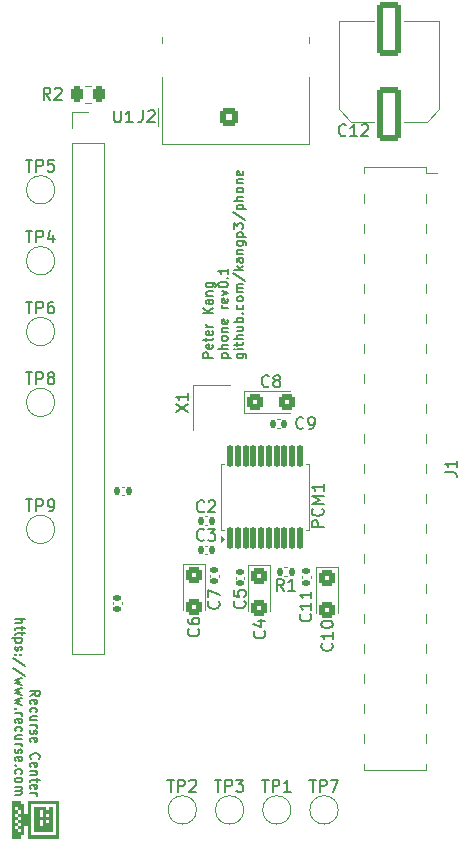
<source format=gto>
G04 #@! TF.GenerationSoftware,KiCad,Pcbnew,8.0.4*
G04 #@! TF.CreationDate,2024-09-04T02:40:27-04:00*
G04 #@! TF.ProjectId,phone_pcb,70686f6e-655f-4706-9362-2e6b69636164,rev?*
G04 #@! TF.SameCoordinates,Original*
G04 #@! TF.FileFunction,Legend,Top*
G04 #@! TF.FilePolarity,Positive*
%FSLAX46Y46*%
G04 Gerber Fmt 4.6, Leading zero omitted, Abs format (unit mm)*
G04 Created by KiCad (PCBNEW 8.0.4) date 2024-09-04 02:40:27*
%MOMM*%
%LPD*%
G01*
G04 APERTURE LIST*
G04 Aperture macros list*
%AMRoundRect*
0 Rectangle with rounded corners*
0 $1 Rounding radius*
0 $2 $3 $4 $5 $6 $7 $8 $9 X,Y pos of 4 corners*
0 Add a 4 corners polygon primitive as box body*
4,1,4,$2,$3,$4,$5,$6,$7,$8,$9,$2,$3,0*
0 Add four circle primitives for the rounded corners*
1,1,$1+$1,$2,$3*
1,1,$1+$1,$4,$5*
1,1,$1+$1,$6,$7*
1,1,$1+$1,$8,$9*
0 Add four rect primitives between the rounded corners*
20,1,$1+$1,$2,$3,$4,$5,0*
20,1,$1+$1,$4,$5,$6,$7,0*
20,1,$1+$1,$6,$7,$8,$9,0*
20,1,$1+$1,$8,$9,$2,$3,0*%
G04 Aperture macros list end*
%ADD10C,0.160000*%
%ADD11C,0.000000*%
%ADD12C,0.150000*%
%ADD13C,0.120000*%
%ADD14C,2.300000*%
%ADD15RoundRect,0.250000X0.510000X0.510000X-0.510000X0.510000X-0.510000X-0.510000X0.510000X-0.510000X0*%
%ADD16C,1.520000*%
%ADD17C,2.000000*%
%ADD18R,2.000000X1.020000*%
%ADD19C,1.020000*%
%ADD20RoundRect,0.250001X0.799999X-1.999999X0.799999X1.999999X-0.799999X1.999999X-0.799999X-1.999999X0*%
%ADD21R,1.700000X1.700000*%
%ADD22O,1.700000X1.700000*%
%ADD23RoundRect,0.135000X0.135000X0.185000X-0.135000X0.185000X-0.135000X-0.185000X0.135000X-0.185000X0*%
%ADD24RoundRect,0.250000X-0.425000X0.450000X-0.425000X-0.450000X0.425000X-0.450000X0.425000X0.450000X0*%
%ADD25RoundRect,0.125000X0.125000X-0.825000X0.125000X0.825000X-0.125000X0.825000X-0.125000X-0.825000X0*%
%ADD26RoundRect,0.140000X0.170000X-0.140000X0.170000X0.140000X-0.170000X0.140000X-0.170000X-0.140000X0*%
%ADD27RoundRect,0.140000X-0.140000X-0.170000X0.140000X-0.170000X0.140000X0.170000X-0.140000X0.170000X0*%
%ADD28RoundRect,0.250000X-0.262500X-0.450000X0.262500X-0.450000X0.262500X0.450000X-0.262500X0.450000X0*%
%ADD29RoundRect,0.140000X0.140000X0.170000X-0.140000X0.170000X-0.140000X-0.170000X0.140000X-0.170000X0*%
%ADD30RoundRect,0.250000X-0.450000X-0.425000X0.450000X-0.425000X0.450000X0.425000X-0.450000X0.425000X0*%
%ADD31R,1.100000X1.300000*%
%ADD32RoundRect,0.140000X-0.170000X0.140000X-0.170000X-0.140000X0.170000X-0.140000X0.170000X0.140000X0*%
G04 APERTURE END LIST*
D10*
X52894179Y-111111404D02*
X53275132Y-110844737D01*
X52894179Y-110654261D02*
X53694179Y-110654261D01*
X53694179Y-110654261D02*
X53694179Y-110959023D01*
X53694179Y-110959023D02*
X53656084Y-111035213D01*
X53656084Y-111035213D02*
X53617989Y-111073308D01*
X53617989Y-111073308D02*
X53541798Y-111111404D01*
X53541798Y-111111404D02*
X53427513Y-111111404D01*
X53427513Y-111111404D02*
X53351322Y-111073308D01*
X53351322Y-111073308D02*
X53313227Y-111035213D01*
X53313227Y-111035213D02*
X53275132Y-110959023D01*
X53275132Y-110959023D02*
X53275132Y-110654261D01*
X52932275Y-111759023D02*
X52894179Y-111682832D01*
X52894179Y-111682832D02*
X52894179Y-111530451D01*
X52894179Y-111530451D02*
X52932275Y-111454261D01*
X52932275Y-111454261D02*
X53008465Y-111416165D01*
X53008465Y-111416165D02*
X53313227Y-111416165D01*
X53313227Y-111416165D02*
X53389417Y-111454261D01*
X53389417Y-111454261D02*
X53427513Y-111530451D01*
X53427513Y-111530451D02*
X53427513Y-111682832D01*
X53427513Y-111682832D02*
X53389417Y-111759023D01*
X53389417Y-111759023D02*
X53313227Y-111797118D01*
X53313227Y-111797118D02*
X53237036Y-111797118D01*
X53237036Y-111797118D02*
X53160846Y-111416165D01*
X52932275Y-112482832D02*
X52894179Y-112406641D01*
X52894179Y-112406641D02*
X52894179Y-112254260D01*
X52894179Y-112254260D02*
X52932275Y-112178070D01*
X52932275Y-112178070D02*
X52970370Y-112139975D01*
X52970370Y-112139975D02*
X53046560Y-112101879D01*
X53046560Y-112101879D02*
X53275132Y-112101879D01*
X53275132Y-112101879D02*
X53351322Y-112139975D01*
X53351322Y-112139975D02*
X53389417Y-112178070D01*
X53389417Y-112178070D02*
X53427513Y-112254260D01*
X53427513Y-112254260D02*
X53427513Y-112406641D01*
X53427513Y-112406641D02*
X53389417Y-112482832D01*
X53427513Y-113168546D02*
X52894179Y-113168546D01*
X53427513Y-112825689D02*
X53008465Y-112825689D01*
X53008465Y-112825689D02*
X52932275Y-112863784D01*
X52932275Y-112863784D02*
X52894179Y-112939974D01*
X52894179Y-112939974D02*
X52894179Y-113054260D01*
X52894179Y-113054260D02*
X52932275Y-113130451D01*
X52932275Y-113130451D02*
X52970370Y-113168546D01*
X52894179Y-113549499D02*
X53427513Y-113549499D01*
X53275132Y-113549499D02*
X53351322Y-113587594D01*
X53351322Y-113587594D02*
X53389417Y-113625689D01*
X53389417Y-113625689D02*
X53427513Y-113701880D01*
X53427513Y-113701880D02*
X53427513Y-113778070D01*
X52932275Y-114006641D02*
X52894179Y-114082832D01*
X52894179Y-114082832D02*
X52894179Y-114235213D01*
X52894179Y-114235213D02*
X52932275Y-114311403D01*
X52932275Y-114311403D02*
X53008465Y-114349499D01*
X53008465Y-114349499D02*
X53046560Y-114349499D01*
X53046560Y-114349499D02*
X53122751Y-114311403D01*
X53122751Y-114311403D02*
X53160846Y-114235213D01*
X53160846Y-114235213D02*
X53160846Y-114120927D01*
X53160846Y-114120927D02*
X53198941Y-114044737D01*
X53198941Y-114044737D02*
X53275132Y-114006641D01*
X53275132Y-114006641D02*
X53313227Y-114006641D01*
X53313227Y-114006641D02*
X53389417Y-114044737D01*
X53389417Y-114044737D02*
X53427513Y-114120927D01*
X53427513Y-114120927D02*
X53427513Y-114235213D01*
X53427513Y-114235213D02*
X53389417Y-114311403D01*
X52932275Y-114997118D02*
X52894179Y-114920927D01*
X52894179Y-114920927D02*
X52894179Y-114768546D01*
X52894179Y-114768546D02*
X52932275Y-114692356D01*
X52932275Y-114692356D02*
X53008465Y-114654260D01*
X53008465Y-114654260D02*
X53313227Y-114654260D01*
X53313227Y-114654260D02*
X53389417Y-114692356D01*
X53389417Y-114692356D02*
X53427513Y-114768546D01*
X53427513Y-114768546D02*
X53427513Y-114920927D01*
X53427513Y-114920927D02*
X53389417Y-114997118D01*
X53389417Y-114997118D02*
X53313227Y-115035213D01*
X53313227Y-115035213D02*
X53237036Y-115035213D01*
X53237036Y-115035213D02*
X53160846Y-114654260D01*
X52970370Y-116444737D02*
X52932275Y-116406641D01*
X52932275Y-116406641D02*
X52894179Y-116292356D01*
X52894179Y-116292356D02*
X52894179Y-116216165D01*
X52894179Y-116216165D02*
X52932275Y-116101879D01*
X52932275Y-116101879D02*
X53008465Y-116025689D01*
X53008465Y-116025689D02*
X53084655Y-115987594D01*
X53084655Y-115987594D02*
X53237036Y-115949498D01*
X53237036Y-115949498D02*
X53351322Y-115949498D01*
X53351322Y-115949498D02*
X53503703Y-115987594D01*
X53503703Y-115987594D02*
X53579894Y-116025689D01*
X53579894Y-116025689D02*
X53656084Y-116101879D01*
X53656084Y-116101879D02*
X53694179Y-116216165D01*
X53694179Y-116216165D02*
X53694179Y-116292356D01*
X53694179Y-116292356D02*
X53656084Y-116406641D01*
X53656084Y-116406641D02*
X53617989Y-116444737D01*
X52932275Y-117092356D02*
X52894179Y-117016165D01*
X52894179Y-117016165D02*
X52894179Y-116863784D01*
X52894179Y-116863784D02*
X52932275Y-116787594D01*
X52932275Y-116787594D02*
X53008465Y-116749498D01*
X53008465Y-116749498D02*
X53313227Y-116749498D01*
X53313227Y-116749498D02*
X53389417Y-116787594D01*
X53389417Y-116787594D02*
X53427513Y-116863784D01*
X53427513Y-116863784D02*
X53427513Y-117016165D01*
X53427513Y-117016165D02*
X53389417Y-117092356D01*
X53389417Y-117092356D02*
X53313227Y-117130451D01*
X53313227Y-117130451D02*
X53237036Y-117130451D01*
X53237036Y-117130451D02*
X53160846Y-116749498D01*
X53427513Y-117473308D02*
X52894179Y-117473308D01*
X53351322Y-117473308D02*
X53389417Y-117511403D01*
X53389417Y-117511403D02*
X53427513Y-117587593D01*
X53427513Y-117587593D02*
X53427513Y-117701879D01*
X53427513Y-117701879D02*
X53389417Y-117778070D01*
X53389417Y-117778070D02*
X53313227Y-117816165D01*
X53313227Y-117816165D02*
X52894179Y-117816165D01*
X53427513Y-118082832D02*
X53427513Y-118387594D01*
X53694179Y-118197118D02*
X53008465Y-118197118D01*
X53008465Y-118197118D02*
X52932275Y-118235213D01*
X52932275Y-118235213D02*
X52894179Y-118311403D01*
X52894179Y-118311403D02*
X52894179Y-118387594D01*
X52932275Y-118959023D02*
X52894179Y-118882832D01*
X52894179Y-118882832D02*
X52894179Y-118730451D01*
X52894179Y-118730451D02*
X52932275Y-118654261D01*
X52932275Y-118654261D02*
X53008465Y-118616165D01*
X53008465Y-118616165D02*
X53313227Y-118616165D01*
X53313227Y-118616165D02*
X53389417Y-118654261D01*
X53389417Y-118654261D02*
X53427513Y-118730451D01*
X53427513Y-118730451D02*
X53427513Y-118882832D01*
X53427513Y-118882832D02*
X53389417Y-118959023D01*
X53389417Y-118959023D02*
X53313227Y-118997118D01*
X53313227Y-118997118D02*
X53237036Y-118997118D01*
X53237036Y-118997118D02*
X53160846Y-118616165D01*
X52894179Y-119339975D02*
X53427513Y-119339975D01*
X53275132Y-119339975D02*
X53351322Y-119378070D01*
X53351322Y-119378070D02*
X53389417Y-119416165D01*
X53389417Y-119416165D02*
X53427513Y-119492356D01*
X53427513Y-119492356D02*
X53427513Y-119568546D01*
X51606224Y-104597119D02*
X52406224Y-104597119D01*
X51606224Y-104939976D02*
X52025272Y-104939976D01*
X52025272Y-104939976D02*
X52101462Y-104901881D01*
X52101462Y-104901881D02*
X52139558Y-104825690D01*
X52139558Y-104825690D02*
X52139558Y-104711404D01*
X52139558Y-104711404D02*
X52101462Y-104635214D01*
X52101462Y-104635214D02*
X52063367Y-104597119D01*
X52139558Y-105206643D02*
X52139558Y-105511405D01*
X52406224Y-105320929D02*
X51720510Y-105320929D01*
X51720510Y-105320929D02*
X51644320Y-105359024D01*
X51644320Y-105359024D02*
X51606224Y-105435214D01*
X51606224Y-105435214D02*
X51606224Y-105511405D01*
X52139558Y-105663786D02*
X52139558Y-105968548D01*
X52406224Y-105778072D02*
X51720510Y-105778072D01*
X51720510Y-105778072D02*
X51644320Y-105816167D01*
X51644320Y-105816167D02*
X51606224Y-105892357D01*
X51606224Y-105892357D02*
X51606224Y-105968548D01*
X52139558Y-106235215D02*
X51339558Y-106235215D01*
X52101462Y-106235215D02*
X52139558Y-106311405D01*
X52139558Y-106311405D02*
X52139558Y-106463786D01*
X52139558Y-106463786D02*
X52101462Y-106539977D01*
X52101462Y-106539977D02*
X52063367Y-106578072D01*
X52063367Y-106578072D02*
X51987177Y-106616167D01*
X51987177Y-106616167D02*
X51758605Y-106616167D01*
X51758605Y-106616167D02*
X51682415Y-106578072D01*
X51682415Y-106578072D02*
X51644320Y-106539977D01*
X51644320Y-106539977D02*
X51606224Y-106463786D01*
X51606224Y-106463786D02*
X51606224Y-106311405D01*
X51606224Y-106311405D02*
X51644320Y-106235215D01*
X51644320Y-106920929D02*
X51606224Y-106997120D01*
X51606224Y-106997120D02*
X51606224Y-107149501D01*
X51606224Y-107149501D02*
X51644320Y-107225691D01*
X51644320Y-107225691D02*
X51720510Y-107263787D01*
X51720510Y-107263787D02*
X51758605Y-107263787D01*
X51758605Y-107263787D02*
X51834796Y-107225691D01*
X51834796Y-107225691D02*
X51872891Y-107149501D01*
X51872891Y-107149501D02*
X51872891Y-107035215D01*
X51872891Y-107035215D02*
X51910986Y-106959025D01*
X51910986Y-106959025D02*
X51987177Y-106920929D01*
X51987177Y-106920929D02*
X52025272Y-106920929D01*
X52025272Y-106920929D02*
X52101462Y-106959025D01*
X52101462Y-106959025D02*
X52139558Y-107035215D01*
X52139558Y-107035215D02*
X52139558Y-107149501D01*
X52139558Y-107149501D02*
X52101462Y-107225691D01*
X51682415Y-107606644D02*
X51644320Y-107644739D01*
X51644320Y-107644739D02*
X51606224Y-107606644D01*
X51606224Y-107606644D02*
X51644320Y-107568548D01*
X51644320Y-107568548D02*
X51682415Y-107606644D01*
X51682415Y-107606644D02*
X51606224Y-107606644D01*
X52101462Y-107606644D02*
X52063367Y-107644739D01*
X52063367Y-107644739D02*
X52025272Y-107606644D01*
X52025272Y-107606644D02*
X52063367Y-107568548D01*
X52063367Y-107568548D02*
X52101462Y-107606644D01*
X52101462Y-107606644D02*
X52025272Y-107606644D01*
X52444320Y-108559024D02*
X51415748Y-107873310D01*
X52444320Y-109397119D02*
X51415748Y-108711405D01*
X52139558Y-109587595D02*
X51606224Y-109739976D01*
X51606224Y-109739976D02*
X51987177Y-109892357D01*
X51987177Y-109892357D02*
X51606224Y-110044738D01*
X51606224Y-110044738D02*
X52139558Y-110197119D01*
X52139558Y-110425690D02*
X51606224Y-110578071D01*
X51606224Y-110578071D02*
X51987177Y-110730452D01*
X51987177Y-110730452D02*
X51606224Y-110882833D01*
X51606224Y-110882833D02*
X52139558Y-111035214D01*
X52139558Y-111263785D02*
X51606224Y-111416166D01*
X51606224Y-111416166D02*
X51987177Y-111568547D01*
X51987177Y-111568547D02*
X51606224Y-111720928D01*
X51606224Y-111720928D02*
X52139558Y-111873309D01*
X51682415Y-112178071D02*
X51644320Y-112216166D01*
X51644320Y-112216166D02*
X51606224Y-112178071D01*
X51606224Y-112178071D02*
X51644320Y-112139975D01*
X51644320Y-112139975D02*
X51682415Y-112178071D01*
X51682415Y-112178071D02*
X51606224Y-112178071D01*
X51606224Y-112559023D02*
X52139558Y-112559023D01*
X51987177Y-112559023D02*
X52063367Y-112597118D01*
X52063367Y-112597118D02*
X52101462Y-112635213D01*
X52101462Y-112635213D02*
X52139558Y-112711404D01*
X52139558Y-112711404D02*
X52139558Y-112787594D01*
X51644320Y-113359023D02*
X51606224Y-113282832D01*
X51606224Y-113282832D02*
X51606224Y-113130451D01*
X51606224Y-113130451D02*
X51644320Y-113054261D01*
X51644320Y-113054261D02*
X51720510Y-113016165D01*
X51720510Y-113016165D02*
X52025272Y-113016165D01*
X52025272Y-113016165D02*
X52101462Y-113054261D01*
X52101462Y-113054261D02*
X52139558Y-113130451D01*
X52139558Y-113130451D02*
X52139558Y-113282832D01*
X52139558Y-113282832D02*
X52101462Y-113359023D01*
X52101462Y-113359023D02*
X52025272Y-113397118D01*
X52025272Y-113397118D02*
X51949081Y-113397118D01*
X51949081Y-113397118D02*
X51872891Y-113016165D01*
X51644320Y-114082832D02*
X51606224Y-114006641D01*
X51606224Y-114006641D02*
X51606224Y-113854260D01*
X51606224Y-113854260D02*
X51644320Y-113778070D01*
X51644320Y-113778070D02*
X51682415Y-113739975D01*
X51682415Y-113739975D02*
X51758605Y-113701879D01*
X51758605Y-113701879D02*
X51987177Y-113701879D01*
X51987177Y-113701879D02*
X52063367Y-113739975D01*
X52063367Y-113739975D02*
X52101462Y-113778070D01*
X52101462Y-113778070D02*
X52139558Y-113854260D01*
X52139558Y-113854260D02*
X52139558Y-114006641D01*
X52139558Y-114006641D02*
X52101462Y-114082832D01*
X52139558Y-114768546D02*
X51606224Y-114768546D01*
X52139558Y-114425689D02*
X51720510Y-114425689D01*
X51720510Y-114425689D02*
X51644320Y-114463784D01*
X51644320Y-114463784D02*
X51606224Y-114539974D01*
X51606224Y-114539974D02*
X51606224Y-114654260D01*
X51606224Y-114654260D02*
X51644320Y-114730451D01*
X51644320Y-114730451D02*
X51682415Y-114768546D01*
X51606224Y-115149499D02*
X52139558Y-115149499D01*
X51987177Y-115149499D02*
X52063367Y-115187594D01*
X52063367Y-115187594D02*
X52101462Y-115225689D01*
X52101462Y-115225689D02*
X52139558Y-115301880D01*
X52139558Y-115301880D02*
X52139558Y-115378070D01*
X51644320Y-115606641D02*
X51606224Y-115682832D01*
X51606224Y-115682832D02*
X51606224Y-115835213D01*
X51606224Y-115835213D02*
X51644320Y-115911403D01*
X51644320Y-115911403D02*
X51720510Y-115949499D01*
X51720510Y-115949499D02*
X51758605Y-115949499D01*
X51758605Y-115949499D02*
X51834796Y-115911403D01*
X51834796Y-115911403D02*
X51872891Y-115835213D01*
X51872891Y-115835213D02*
X51872891Y-115720927D01*
X51872891Y-115720927D02*
X51910986Y-115644737D01*
X51910986Y-115644737D02*
X51987177Y-115606641D01*
X51987177Y-115606641D02*
X52025272Y-115606641D01*
X52025272Y-115606641D02*
X52101462Y-115644737D01*
X52101462Y-115644737D02*
X52139558Y-115720927D01*
X52139558Y-115720927D02*
X52139558Y-115835213D01*
X52139558Y-115835213D02*
X52101462Y-115911403D01*
X51644320Y-116597118D02*
X51606224Y-116520927D01*
X51606224Y-116520927D02*
X51606224Y-116368546D01*
X51606224Y-116368546D02*
X51644320Y-116292356D01*
X51644320Y-116292356D02*
X51720510Y-116254260D01*
X51720510Y-116254260D02*
X52025272Y-116254260D01*
X52025272Y-116254260D02*
X52101462Y-116292356D01*
X52101462Y-116292356D02*
X52139558Y-116368546D01*
X52139558Y-116368546D02*
X52139558Y-116520927D01*
X52139558Y-116520927D02*
X52101462Y-116597118D01*
X52101462Y-116597118D02*
X52025272Y-116635213D01*
X52025272Y-116635213D02*
X51949081Y-116635213D01*
X51949081Y-116635213D02*
X51872891Y-116254260D01*
X51682415Y-116978070D02*
X51644320Y-117016165D01*
X51644320Y-117016165D02*
X51606224Y-116978070D01*
X51606224Y-116978070D02*
X51644320Y-116939974D01*
X51644320Y-116939974D02*
X51682415Y-116978070D01*
X51682415Y-116978070D02*
X51606224Y-116978070D01*
X51644320Y-117701879D02*
X51606224Y-117625688D01*
X51606224Y-117625688D02*
X51606224Y-117473307D01*
X51606224Y-117473307D02*
X51644320Y-117397117D01*
X51644320Y-117397117D02*
X51682415Y-117359022D01*
X51682415Y-117359022D02*
X51758605Y-117320926D01*
X51758605Y-117320926D02*
X51987177Y-117320926D01*
X51987177Y-117320926D02*
X52063367Y-117359022D01*
X52063367Y-117359022D02*
X52101462Y-117397117D01*
X52101462Y-117397117D02*
X52139558Y-117473307D01*
X52139558Y-117473307D02*
X52139558Y-117625688D01*
X52139558Y-117625688D02*
X52101462Y-117701879D01*
X51606224Y-118159021D02*
X51644320Y-118082831D01*
X51644320Y-118082831D02*
X51682415Y-118044736D01*
X51682415Y-118044736D02*
X51758605Y-118006640D01*
X51758605Y-118006640D02*
X51987177Y-118006640D01*
X51987177Y-118006640D02*
X52063367Y-118044736D01*
X52063367Y-118044736D02*
X52101462Y-118082831D01*
X52101462Y-118082831D02*
X52139558Y-118159021D01*
X52139558Y-118159021D02*
X52139558Y-118273307D01*
X52139558Y-118273307D02*
X52101462Y-118349498D01*
X52101462Y-118349498D02*
X52063367Y-118387593D01*
X52063367Y-118387593D02*
X51987177Y-118425688D01*
X51987177Y-118425688D02*
X51758605Y-118425688D01*
X51758605Y-118425688D02*
X51682415Y-118387593D01*
X51682415Y-118387593D02*
X51644320Y-118349498D01*
X51644320Y-118349498D02*
X51606224Y-118273307D01*
X51606224Y-118273307D02*
X51606224Y-118159021D01*
X51606224Y-118768546D02*
X52139558Y-118768546D01*
X52063367Y-118768546D02*
X52101462Y-118806641D01*
X52101462Y-118806641D02*
X52139558Y-118882831D01*
X52139558Y-118882831D02*
X52139558Y-118997117D01*
X52139558Y-118997117D02*
X52101462Y-119073308D01*
X52101462Y-119073308D02*
X52025272Y-119111403D01*
X52025272Y-119111403D02*
X51606224Y-119111403D01*
X52025272Y-119111403D02*
X52101462Y-119149498D01*
X52101462Y-119149498D02*
X52139558Y-119225689D01*
X52139558Y-119225689D02*
X52139558Y-119339974D01*
X52139558Y-119339974D02*
X52101462Y-119416165D01*
X52101462Y-119416165D02*
X52025272Y-119454260D01*
X52025272Y-119454260D02*
X51606224Y-119454260D01*
X68317865Y-82454260D02*
X67517865Y-82454260D01*
X67517865Y-82454260D02*
X67517865Y-82149498D01*
X67517865Y-82149498D02*
X67555960Y-82073308D01*
X67555960Y-82073308D02*
X67594055Y-82035213D01*
X67594055Y-82035213D02*
X67670246Y-81997117D01*
X67670246Y-81997117D02*
X67784531Y-81997117D01*
X67784531Y-81997117D02*
X67860722Y-82035213D01*
X67860722Y-82035213D02*
X67898817Y-82073308D01*
X67898817Y-82073308D02*
X67936912Y-82149498D01*
X67936912Y-82149498D02*
X67936912Y-82454260D01*
X68279770Y-81349498D02*
X68317865Y-81425689D01*
X68317865Y-81425689D02*
X68317865Y-81578070D01*
X68317865Y-81578070D02*
X68279770Y-81654260D01*
X68279770Y-81654260D02*
X68203579Y-81692356D01*
X68203579Y-81692356D02*
X67898817Y-81692356D01*
X67898817Y-81692356D02*
X67822627Y-81654260D01*
X67822627Y-81654260D02*
X67784531Y-81578070D01*
X67784531Y-81578070D02*
X67784531Y-81425689D01*
X67784531Y-81425689D02*
X67822627Y-81349498D01*
X67822627Y-81349498D02*
X67898817Y-81311403D01*
X67898817Y-81311403D02*
X67975008Y-81311403D01*
X67975008Y-81311403D02*
X68051198Y-81692356D01*
X67784531Y-81082832D02*
X67784531Y-80778070D01*
X67517865Y-80968546D02*
X68203579Y-80968546D01*
X68203579Y-80968546D02*
X68279770Y-80930451D01*
X68279770Y-80930451D02*
X68317865Y-80854261D01*
X68317865Y-80854261D02*
X68317865Y-80778070D01*
X68279770Y-80206641D02*
X68317865Y-80282832D01*
X68317865Y-80282832D02*
X68317865Y-80435213D01*
X68317865Y-80435213D02*
X68279770Y-80511403D01*
X68279770Y-80511403D02*
X68203579Y-80549499D01*
X68203579Y-80549499D02*
X67898817Y-80549499D01*
X67898817Y-80549499D02*
X67822627Y-80511403D01*
X67822627Y-80511403D02*
X67784531Y-80435213D01*
X67784531Y-80435213D02*
X67784531Y-80282832D01*
X67784531Y-80282832D02*
X67822627Y-80206641D01*
X67822627Y-80206641D02*
X67898817Y-80168546D01*
X67898817Y-80168546D02*
X67975008Y-80168546D01*
X67975008Y-80168546D02*
X68051198Y-80549499D01*
X68317865Y-79825689D02*
X67784531Y-79825689D01*
X67936912Y-79825689D02*
X67860722Y-79787594D01*
X67860722Y-79787594D02*
X67822627Y-79749499D01*
X67822627Y-79749499D02*
X67784531Y-79673308D01*
X67784531Y-79673308D02*
X67784531Y-79597118D01*
X68317865Y-78720927D02*
X67517865Y-78720927D01*
X68317865Y-78263784D02*
X67860722Y-78606642D01*
X67517865Y-78263784D02*
X67975008Y-78720927D01*
X68317865Y-77578070D02*
X67898817Y-77578070D01*
X67898817Y-77578070D02*
X67822627Y-77616165D01*
X67822627Y-77616165D02*
X67784531Y-77692356D01*
X67784531Y-77692356D02*
X67784531Y-77844737D01*
X67784531Y-77844737D02*
X67822627Y-77920927D01*
X68279770Y-77578070D02*
X68317865Y-77654261D01*
X68317865Y-77654261D02*
X68317865Y-77844737D01*
X68317865Y-77844737D02*
X68279770Y-77920927D01*
X68279770Y-77920927D02*
X68203579Y-77959023D01*
X68203579Y-77959023D02*
X68127389Y-77959023D01*
X68127389Y-77959023D02*
X68051198Y-77920927D01*
X68051198Y-77920927D02*
X68013103Y-77844737D01*
X68013103Y-77844737D02*
X68013103Y-77654261D01*
X68013103Y-77654261D02*
X67975008Y-77578070D01*
X67784531Y-77197117D02*
X68317865Y-77197117D01*
X67860722Y-77197117D02*
X67822627Y-77159022D01*
X67822627Y-77159022D02*
X67784531Y-77082832D01*
X67784531Y-77082832D02*
X67784531Y-76968546D01*
X67784531Y-76968546D02*
X67822627Y-76892355D01*
X67822627Y-76892355D02*
X67898817Y-76854260D01*
X67898817Y-76854260D02*
X68317865Y-76854260D01*
X67784531Y-76130450D02*
X68432150Y-76130450D01*
X68432150Y-76130450D02*
X68508341Y-76168545D01*
X68508341Y-76168545D02*
X68546436Y-76206641D01*
X68546436Y-76206641D02*
X68584531Y-76282831D01*
X68584531Y-76282831D02*
X68584531Y-76397117D01*
X68584531Y-76397117D02*
X68546436Y-76473307D01*
X68279770Y-76130450D02*
X68317865Y-76206641D01*
X68317865Y-76206641D02*
X68317865Y-76359022D01*
X68317865Y-76359022D02*
X68279770Y-76435212D01*
X68279770Y-76435212D02*
X68241674Y-76473307D01*
X68241674Y-76473307D02*
X68165484Y-76511403D01*
X68165484Y-76511403D02*
X67936912Y-76511403D01*
X67936912Y-76511403D02*
X67860722Y-76473307D01*
X67860722Y-76473307D02*
X67822627Y-76435212D01*
X67822627Y-76435212D02*
X67784531Y-76359022D01*
X67784531Y-76359022D02*
X67784531Y-76206641D01*
X67784531Y-76206641D02*
X67822627Y-76130450D01*
X69072486Y-82454260D02*
X69872486Y-82454260D01*
X69110582Y-82454260D02*
X69072486Y-82378070D01*
X69072486Y-82378070D02*
X69072486Y-82225689D01*
X69072486Y-82225689D02*
X69110582Y-82149498D01*
X69110582Y-82149498D02*
X69148677Y-82111403D01*
X69148677Y-82111403D02*
X69224867Y-82073308D01*
X69224867Y-82073308D02*
X69453439Y-82073308D01*
X69453439Y-82073308D02*
X69529629Y-82111403D01*
X69529629Y-82111403D02*
X69567725Y-82149498D01*
X69567725Y-82149498D02*
X69605820Y-82225689D01*
X69605820Y-82225689D02*
X69605820Y-82378070D01*
X69605820Y-82378070D02*
X69567725Y-82454260D01*
X69605820Y-81730450D02*
X68805820Y-81730450D01*
X69605820Y-81387593D02*
X69186772Y-81387593D01*
X69186772Y-81387593D02*
X69110582Y-81425688D01*
X69110582Y-81425688D02*
X69072486Y-81501879D01*
X69072486Y-81501879D02*
X69072486Y-81616165D01*
X69072486Y-81616165D02*
X69110582Y-81692355D01*
X69110582Y-81692355D02*
X69148677Y-81730450D01*
X69605820Y-80892355D02*
X69567725Y-80968545D01*
X69567725Y-80968545D02*
X69529629Y-81006640D01*
X69529629Y-81006640D02*
X69453439Y-81044736D01*
X69453439Y-81044736D02*
X69224867Y-81044736D01*
X69224867Y-81044736D02*
X69148677Y-81006640D01*
X69148677Y-81006640D02*
X69110582Y-80968545D01*
X69110582Y-80968545D02*
X69072486Y-80892355D01*
X69072486Y-80892355D02*
X69072486Y-80778069D01*
X69072486Y-80778069D02*
X69110582Y-80701878D01*
X69110582Y-80701878D02*
X69148677Y-80663783D01*
X69148677Y-80663783D02*
X69224867Y-80625688D01*
X69224867Y-80625688D02*
X69453439Y-80625688D01*
X69453439Y-80625688D02*
X69529629Y-80663783D01*
X69529629Y-80663783D02*
X69567725Y-80701878D01*
X69567725Y-80701878D02*
X69605820Y-80778069D01*
X69605820Y-80778069D02*
X69605820Y-80892355D01*
X69072486Y-80282830D02*
X69605820Y-80282830D01*
X69148677Y-80282830D02*
X69110582Y-80244735D01*
X69110582Y-80244735D02*
X69072486Y-80168545D01*
X69072486Y-80168545D02*
X69072486Y-80054259D01*
X69072486Y-80054259D02*
X69110582Y-79978068D01*
X69110582Y-79978068D02*
X69186772Y-79939973D01*
X69186772Y-79939973D02*
X69605820Y-79939973D01*
X69567725Y-79254258D02*
X69605820Y-79330449D01*
X69605820Y-79330449D02*
X69605820Y-79482830D01*
X69605820Y-79482830D02*
X69567725Y-79559020D01*
X69567725Y-79559020D02*
X69491534Y-79597116D01*
X69491534Y-79597116D02*
X69186772Y-79597116D01*
X69186772Y-79597116D02*
X69110582Y-79559020D01*
X69110582Y-79559020D02*
X69072486Y-79482830D01*
X69072486Y-79482830D02*
X69072486Y-79330449D01*
X69072486Y-79330449D02*
X69110582Y-79254258D01*
X69110582Y-79254258D02*
X69186772Y-79216163D01*
X69186772Y-79216163D02*
X69262963Y-79216163D01*
X69262963Y-79216163D02*
X69339153Y-79597116D01*
X69605820Y-78263782D02*
X69072486Y-78263782D01*
X69224867Y-78263782D02*
X69148677Y-78225687D01*
X69148677Y-78225687D02*
X69110582Y-78187592D01*
X69110582Y-78187592D02*
X69072486Y-78111401D01*
X69072486Y-78111401D02*
X69072486Y-78035211D01*
X69567725Y-77463782D02*
X69605820Y-77539973D01*
X69605820Y-77539973D02*
X69605820Y-77692354D01*
X69605820Y-77692354D02*
X69567725Y-77768544D01*
X69567725Y-77768544D02*
X69491534Y-77806640D01*
X69491534Y-77806640D02*
X69186772Y-77806640D01*
X69186772Y-77806640D02*
X69110582Y-77768544D01*
X69110582Y-77768544D02*
X69072486Y-77692354D01*
X69072486Y-77692354D02*
X69072486Y-77539973D01*
X69072486Y-77539973D02*
X69110582Y-77463782D01*
X69110582Y-77463782D02*
X69186772Y-77425687D01*
X69186772Y-77425687D02*
X69262963Y-77425687D01*
X69262963Y-77425687D02*
X69339153Y-77806640D01*
X69072486Y-77159021D02*
X69605820Y-76968545D01*
X69605820Y-76968545D02*
X69072486Y-76778068D01*
X68805820Y-76320925D02*
X68805820Y-76244735D01*
X68805820Y-76244735D02*
X68843915Y-76168544D01*
X68843915Y-76168544D02*
X68882010Y-76130449D01*
X68882010Y-76130449D02*
X68958201Y-76092354D01*
X68958201Y-76092354D02*
X69110582Y-76054259D01*
X69110582Y-76054259D02*
X69301058Y-76054259D01*
X69301058Y-76054259D02*
X69453439Y-76092354D01*
X69453439Y-76092354D02*
X69529629Y-76130449D01*
X69529629Y-76130449D02*
X69567725Y-76168544D01*
X69567725Y-76168544D02*
X69605820Y-76244735D01*
X69605820Y-76244735D02*
X69605820Y-76320925D01*
X69605820Y-76320925D02*
X69567725Y-76397116D01*
X69567725Y-76397116D02*
X69529629Y-76435211D01*
X69529629Y-76435211D02*
X69453439Y-76473306D01*
X69453439Y-76473306D02*
X69301058Y-76511402D01*
X69301058Y-76511402D02*
X69110582Y-76511402D01*
X69110582Y-76511402D02*
X68958201Y-76473306D01*
X68958201Y-76473306D02*
X68882010Y-76435211D01*
X68882010Y-76435211D02*
X68843915Y-76397116D01*
X68843915Y-76397116D02*
X68805820Y-76320925D01*
X69529629Y-75711401D02*
X69567725Y-75673306D01*
X69567725Y-75673306D02*
X69605820Y-75711401D01*
X69605820Y-75711401D02*
X69567725Y-75749497D01*
X69567725Y-75749497D02*
X69529629Y-75711401D01*
X69529629Y-75711401D02*
X69605820Y-75711401D01*
X69605820Y-74911402D02*
X69605820Y-75368545D01*
X69605820Y-75139973D02*
X68805820Y-75139973D01*
X68805820Y-75139973D02*
X68920105Y-75216164D01*
X68920105Y-75216164D02*
X68996296Y-75292354D01*
X68996296Y-75292354D02*
X69034391Y-75368545D01*
X70360441Y-82111403D02*
X71008060Y-82111403D01*
X71008060Y-82111403D02*
X71084251Y-82149498D01*
X71084251Y-82149498D02*
X71122346Y-82187594D01*
X71122346Y-82187594D02*
X71160441Y-82263784D01*
X71160441Y-82263784D02*
X71160441Y-82378070D01*
X71160441Y-82378070D02*
X71122346Y-82454260D01*
X70855680Y-82111403D02*
X70893775Y-82187594D01*
X70893775Y-82187594D02*
X70893775Y-82339975D01*
X70893775Y-82339975D02*
X70855680Y-82416165D01*
X70855680Y-82416165D02*
X70817584Y-82454260D01*
X70817584Y-82454260D02*
X70741394Y-82492356D01*
X70741394Y-82492356D02*
X70512822Y-82492356D01*
X70512822Y-82492356D02*
X70436632Y-82454260D01*
X70436632Y-82454260D02*
X70398537Y-82416165D01*
X70398537Y-82416165D02*
X70360441Y-82339975D01*
X70360441Y-82339975D02*
X70360441Y-82187594D01*
X70360441Y-82187594D02*
X70398537Y-82111403D01*
X70893775Y-81730450D02*
X70360441Y-81730450D01*
X70093775Y-81730450D02*
X70131870Y-81768546D01*
X70131870Y-81768546D02*
X70169965Y-81730450D01*
X70169965Y-81730450D02*
X70131870Y-81692355D01*
X70131870Y-81692355D02*
X70093775Y-81730450D01*
X70093775Y-81730450D02*
X70169965Y-81730450D01*
X70360441Y-81463784D02*
X70360441Y-81159022D01*
X70093775Y-81349498D02*
X70779489Y-81349498D01*
X70779489Y-81349498D02*
X70855680Y-81311403D01*
X70855680Y-81311403D02*
X70893775Y-81235213D01*
X70893775Y-81235213D02*
X70893775Y-81159022D01*
X70893775Y-80892355D02*
X70093775Y-80892355D01*
X70893775Y-80549498D02*
X70474727Y-80549498D01*
X70474727Y-80549498D02*
X70398537Y-80587593D01*
X70398537Y-80587593D02*
X70360441Y-80663784D01*
X70360441Y-80663784D02*
X70360441Y-80778070D01*
X70360441Y-80778070D02*
X70398537Y-80854260D01*
X70398537Y-80854260D02*
X70436632Y-80892355D01*
X70360441Y-79825688D02*
X70893775Y-79825688D01*
X70360441Y-80168545D02*
X70779489Y-80168545D01*
X70779489Y-80168545D02*
X70855680Y-80130450D01*
X70855680Y-80130450D02*
X70893775Y-80054260D01*
X70893775Y-80054260D02*
X70893775Y-79939974D01*
X70893775Y-79939974D02*
X70855680Y-79863783D01*
X70855680Y-79863783D02*
X70817584Y-79825688D01*
X70893775Y-79444735D02*
X70093775Y-79444735D01*
X70398537Y-79444735D02*
X70360441Y-79368545D01*
X70360441Y-79368545D02*
X70360441Y-79216164D01*
X70360441Y-79216164D02*
X70398537Y-79139973D01*
X70398537Y-79139973D02*
X70436632Y-79101878D01*
X70436632Y-79101878D02*
X70512822Y-79063783D01*
X70512822Y-79063783D02*
X70741394Y-79063783D01*
X70741394Y-79063783D02*
X70817584Y-79101878D01*
X70817584Y-79101878D02*
X70855680Y-79139973D01*
X70855680Y-79139973D02*
X70893775Y-79216164D01*
X70893775Y-79216164D02*
X70893775Y-79368545D01*
X70893775Y-79368545D02*
X70855680Y-79444735D01*
X70817584Y-78720925D02*
X70855680Y-78682830D01*
X70855680Y-78682830D02*
X70893775Y-78720925D01*
X70893775Y-78720925D02*
X70855680Y-78759021D01*
X70855680Y-78759021D02*
X70817584Y-78720925D01*
X70817584Y-78720925D02*
X70893775Y-78720925D01*
X70855680Y-77997116D02*
X70893775Y-78073307D01*
X70893775Y-78073307D02*
X70893775Y-78225688D01*
X70893775Y-78225688D02*
X70855680Y-78301878D01*
X70855680Y-78301878D02*
X70817584Y-78339973D01*
X70817584Y-78339973D02*
X70741394Y-78378069D01*
X70741394Y-78378069D02*
X70512822Y-78378069D01*
X70512822Y-78378069D02*
X70436632Y-78339973D01*
X70436632Y-78339973D02*
X70398537Y-78301878D01*
X70398537Y-78301878D02*
X70360441Y-78225688D01*
X70360441Y-78225688D02*
X70360441Y-78073307D01*
X70360441Y-78073307D02*
X70398537Y-77997116D01*
X70893775Y-77539974D02*
X70855680Y-77616164D01*
X70855680Y-77616164D02*
X70817584Y-77654259D01*
X70817584Y-77654259D02*
X70741394Y-77692355D01*
X70741394Y-77692355D02*
X70512822Y-77692355D01*
X70512822Y-77692355D02*
X70436632Y-77654259D01*
X70436632Y-77654259D02*
X70398537Y-77616164D01*
X70398537Y-77616164D02*
X70360441Y-77539974D01*
X70360441Y-77539974D02*
X70360441Y-77425688D01*
X70360441Y-77425688D02*
X70398537Y-77349497D01*
X70398537Y-77349497D02*
X70436632Y-77311402D01*
X70436632Y-77311402D02*
X70512822Y-77273307D01*
X70512822Y-77273307D02*
X70741394Y-77273307D01*
X70741394Y-77273307D02*
X70817584Y-77311402D01*
X70817584Y-77311402D02*
X70855680Y-77349497D01*
X70855680Y-77349497D02*
X70893775Y-77425688D01*
X70893775Y-77425688D02*
X70893775Y-77539974D01*
X70893775Y-76930449D02*
X70360441Y-76930449D01*
X70436632Y-76930449D02*
X70398537Y-76892354D01*
X70398537Y-76892354D02*
X70360441Y-76816164D01*
X70360441Y-76816164D02*
X70360441Y-76701878D01*
X70360441Y-76701878D02*
X70398537Y-76625687D01*
X70398537Y-76625687D02*
X70474727Y-76587592D01*
X70474727Y-76587592D02*
X70893775Y-76587592D01*
X70474727Y-76587592D02*
X70398537Y-76549497D01*
X70398537Y-76549497D02*
X70360441Y-76473306D01*
X70360441Y-76473306D02*
X70360441Y-76359021D01*
X70360441Y-76359021D02*
X70398537Y-76282830D01*
X70398537Y-76282830D02*
X70474727Y-76244735D01*
X70474727Y-76244735D02*
X70893775Y-76244735D01*
X70055680Y-75292354D02*
X71084251Y-75978068D01*
X70893775Y-75025687D02*
X70093775Y-75025687D01*
X70589013Y-74949497D02*
X70893775Y-74720925D01*
X70360441Y-74720925D02*
X70665203Y-75025687D01*
X70893775Y-74035211D02*
X70474727Y-74035211D01*
X70474727Y-74035211D02*
X70398537Y-74073306D01*
X70398537Y-74073306D02*
X70360441Y-74149497D01*
X70360441Y-74149497D02*
X70360441Y-74301878D01*
X70360441Y-74301878D02*
X70398537Y-74378068D01*
X70855680Y-74035211D02*
X70893775Y-74111402D01*
X70893775Y-74111402D02*
X70893775Y-74301878D01*
X70893775Y-74301878D02*
X70855680Y-74378068D01*
X70855680Y-74378068D02*
X70779489Y-74416164D01*
X70779489Y-74416164D02*
X70703299Y-74416164D01*
X70703299Y-74416164D02*
X70627108Y-74378068D01*
X70627108Y-74378068D02*
X70589013Y-74301878D01*
X70589013Y-74301878D02*
X70589013Y-74111402D01*
X70589013Y-74111402D02*
X70550918Y-74035211D01*
X70360441Y-73654258D02*
X70893775Y-73654258D01*
X70436632Y-73654258D02*
X70398537Y-73616163D01*
X70398537Y-73616163D02*
X70360441Y-73539973D01*
X70360441Y-73539973D02*
X70360441Y-73425687D01*
X70360441Y-73425687D02*
X70398537Y-73349496D01*
X70398537Y-73349496D02*
X70474727Y-73311401D01*
X70474727Y-73311401D02*
X70893775Y-73311401D01*
X70360441Y-72587591D02*
X71008060Y-72587591D01*
X71008060Y-72587591D02*
X71084251Y-72625686D01*
X71084251Y-72625686D02*
X71122346Y-72663782D01*
X71122346Y-72663782D02*
X71160441Y-72739972D01*
X71160441Y-72739972D02*
X71160441Y-72854258D01*
X71160441Y-72854258D02*
X71122346Y-72930448D01*
X70855680Y-72587591D02*
X70893775Y-72663782D01*
X70893775Y-72663782D02*
X70893775Y-72816163D01*
X70893775Y-72816163D02*
X70855680Y-72892353D01*
X70855680Y-72892353D02*
X70817584Y-72930448D01*
X70817584Y-72930448D02*
X70741394Y-72968544D01*
X70741394Y-72968544D02*
X70512822Y-72968544D01*
X70512822Y-72968544D02*
X70436632Y-72930448D01*
X70436632Y-72930448D02*
X70398537Y-72892353D01*
X70398537Y-72892353D02*
X70360441Y-72816163D01*
X70360441Y-72816163D02*
X70360441Y-72663782D01*
X70360441Y-72663782D02*
X70398537Y-72587591D01*
X70360441Y-72206638D02*
X71160441Y-72206638D01*
X70398537Y-72206638D02*
X70360441Y-72130448D01*
X70360441Y-72130448D02*
X70360441Y-71978067D01*
X70360441Y-71978067D02*
X70398537Y-71901876D01*
X70398537Y-71901876D02*
X70436632Y-71863781D01*
X70436632Y-71863781D02*
X70512822Y-71825686D01*
X70512822Y-71825686D02*
X70741394Y-71825686D01*
X70741394Y-71825686D02*
X70817584Y-71863781D01*
X70817584Y-71863781D02*
X70855680Y-71901876D01*
X70855680Y-71901876D02*
X70893775Y-71978067D01*
X70893775Y-71978067D02*
X70893775Y-72130448D01*
X70893775Y-72130448D02*
X70855680Y-72206638D01*
X70093775Y-71559019D02*
X70093775Y-71063781D01*
X70093775Y-71063781D02*
X70398537Y-71330447D01*
X70398537Y-71330447D02*
X70398537Y-71216162D01*
X70398537Y-71216162D02*
X70436632Y-71139971D01*
X70436632Y-71139971D02*
X70474727Y-71101876D01*
X70474727Y-71101876D02*
X70550918Y-71063781D01*
X70550918Y-71063781D02*
X70741394Y-71063781D01*
X70741394Y-71063781D02*
X70817584Y-71101876D01*
X70817584Y-71101876D02*
X70855680Y-71139971D01*
X70855680Y-71139971D02*
X70893775Y-71216162D01*
X70893775Y-71216162D02*
X70893775Y-71444733D01*
X70893775Y-71444733D02*
X70855680Y-71520924D01*
X70855680Y-71520924D02*
X70817584Y-71559019D01*
X70055680Y-70149495D02*
X71084251Y-70835209D01*
X70360441Y-69882828D02*
X71160441Y-69882828D01*
X70398537Y-69882828D02*
X70360441Y-69806638D01*
X70360441Y-69806638D02*
X70360441Y-69654257D01*
X70360441Y-69654257D02*
X70398537Y-69578066D01*
X70398537Y-69578066D02*
X70436632Y-69539971D01*
X70436632Y-69539971D02*
X70512822Y-69501876D01*
X70512822Y-69501876D02*
X70741394Y-69501876D01*
X70741394Y-69501876D02*
X70817584Y-69539971D01*
X70817584Y-69539971D02*
X70855680Y-69578066D01*
X70855680Y-69578066D02*
X70893775Y-69654257D01*
X70893775Y-69654257D02*
X70893775Y-69806638D01*
X70893775Y-69806638D02*
X70855680Y-69882828D01*
X70893775Y-69159018D02*
X70093775Y-69159018D01*
X70893775Y-68816161D02*
X70474727Y-68816161D01*
X70474727Y-68816161D02*
X70398537Y-68854256D01*
X70398537Y-68854256D02*
X70360441Y-68930447D01*
X70360441Y-68930447D02*
X70360441Y-69044733D01*
X70360441Y-69044733D02*
X70398537Y-69120923D01*
X70398537Y-69120923D02*
X70436632Y-69159018D01*
X70893775Y-68320923D02*
X70855680Y-68397113D01*
X70855680Y-68397113D02*
X70817584Y-68435208D01*
X70817584Y-68435208D02*
X70741394Y-68473304D01*
X70741394Y-68473304D02*
X70512822Y-68473304D01*
X70512822Y-68473304D02*
X70436632Y-68435208D01*
X70436632Y-68435208D02*
X70398537Y-68397113D01*
X70398537Y-68397113D02*
X70360441Y-68320923D01*
X70360441Y-68320923D02*
X70360441Y-68206637D01*
X70360441Y-68206637D02*
X70398537Y-68130446D01*
X70398537Y-68130446D02*
X70436632Y-68092351D01*
X70436632Y-68092351D02*
X70512822Y-68054256D01*
X70512822Y-68054256D02*
X70741394Y-68054256D01*
X70741394Y-68054256D02*
X70817584Y-68092351D01*
X70817584Y-68092351D02*
X70855680Y-68130446D01*
X70855680Y-68130446D02*
X70893775Y-68206637D01*
X70893775Y-68206637D02*
X70893775Y-68320923D01*
X70360441Y-67711398D02*
X70893775Y-67711398D01*
X70436632Y-67711398D02*
X70398537Y-67673303D01*
X70398537Y-67673303D02*
X70360441Y-67597113D01*
X70360441Y-67597113D02*
X70360441Y-67482827D01*
X70360441Y-67482827D02*
X70398537Y-67406636D01*
X70398537Y-67406636D02*
X70474727Y-67368541D01*
X70474727Y-67368541D02*
X70893775Y-67368541D01*
X70855680Y-66682826D02*
X70893775Y-66759017D01*
X70893775Y-66759017D02*
X70893775Y-66911398D01*
X70893775Y-66911398D02*
X70855680Y-66987588D01*
X70855680Y-66987588D02*
X70779489Y-67025684D01*
X70779489Y-67025684D02*
X70474727Y-67025684D01*
X70474727Y-67025684D02*
X70398537Y-66987588D01*
X70398537Y-66987588D02*
X70360441Y-66911398D01*
X70360441Y-66911398D02*
X70360441Y-66759017D01*
X70360441Y-66759017D02*
X70398537Y-66682826D01*
X70398537Y-66682826D02*
X70474727Y-66644731D01*
X70474727Y-66644731D02*
X70550918Y-66644731D01*
X70550918Y-66644731D02*
X70627108Y-67025684D01*
D11*
G36*
X53706250Y-122645833D02*
G01*
X53177083Y-122645833D01*
X53177083Y-120529167D01*
X53706250Y-120529167D01*
X53706250Y-122645833D01*
G37*
G36*
X53970833Y-122645833D02*
G01*
X53706250Y-122645833D01*
X53706250Y-122116667D01*
X53970833Y-122116667D01*
X53970833Y-122645833D01*
G37*
G36*
X53970833Y-121587500D02*
G01*
X53706250Y-121587500D01*
X53706250Y-121322917D01*
X53970833Y-121322917D01*
X53970833Y-121587500D01*
G37*
G36*
X53970833Y-120793750D02*
G01*
X53706250Y-120793750D01*
X53706250Y-120529167D01*
X53970833Y-120529167D01*
X53970833Y-120793750D01*
G37*
G36*
X54235417Y-122645833D02*
G01*
X53970833Y-122645833D01*
X53970833Y-120529167D01*
X54235417Y-120529167D01*
X54235417Y-122645833D01*
G37*
G36*
X54500000Y-122645833D02*
G01*
X54235417Y-122645833D01*
X54235417Y-121852083D01*
X54500000Y-121852083D01*
X54500000Y-122645833D01*
G37*
G36*
X54500000Y-121587500D02*
G01*
X54235417Y-121587500D01*
X54235417Y-121322917D01*
X54500000Y-121322917D01*
X54500000Y-121587500D01*
G37*
G36*
X54500000Y-121058333D02*
G01*
X54235417Y-121058333D01*
X54235417Y-120793750D01*
X54500000Y-120793750D01*
X54500000Y-121058333D01*
G37*
G36*
X54764583Y-122645833D02*
G01*
X54500000Y-122645833D01*
X54500000Y-120529167D01*
X54764583Y-120529167D01*
X54764583Y-122645833D01*
G37*
G36*
X51854167Y-121058333D02*
G01*
X51325000Y-121058333D01*
X51325000Y-120793750D01*
X51854167Y-120793750D01*
X51854167Y-121058333D01*
G37*
G36*
X51854167Y-121587500D02*
G01*
X51325000Y-121587500D01*
X51325000Y-121322917D01*
X51854167Y-121322917D01*
X51854167Y-121587500D01*
G37*
G36*
X51854167Y-122116667D02*
G01*
X51325000Y-122116667D01*
X51325000Y-121852083D01*
X51854167Y-121852083D01*
X51854167Y-122116667D01*
G37*
G36*
X51854167Y-122910417D02*
G01*
X51325000Y-122910417D01*
X51325000Y-122381250D01*
X51854167Y-122381250D01*
X51854167Y-122910417D01*
G37*
G36*
X52383333Y-122381250D02*
G01*
X51854167Y-122381250D01*
X51854167Y-122116667D01*
X52383333Y-122116667D01*
X52383333Y-122381250D01*
G37*
G36*
X52383333Y-121852083D02*
G01*
X51854167Y-121852083D01*
X51854167Y-121587500D01*
X52383333Y-121587500D01*
X52383333Y-121852083D01*
G37*
G36*
X52383333Y-121322917D02*
G01*
X51854167Y-121322917D01*
X51854167Y-121058333D01*
X52383333Y-121058333D01*
X52383333Y-121322917D01*
G37*
G36*
X52383333Y-120793750D02*
G01*
X51854167Y-120793750D01*
X51854167Y-120264583D01*
X52383333Y-120264583D01*
X52383333Y-120793750D01*
G37*
G36*
X52118750Y-123175000D02*
G01*
X51325000Y-123175000D01*
X51325000Y-122645833D01*
X52118750Y-122645833D01*
X52118750Y-123175000D01*
G37*
G36*
X52118750Y-123175000D02*
G01*
X51325000Y-123175000D01*
X51325000Y-122645833D01*
X52118750Y-122645833D01*
X52118750Y-123175000D01*
G37*
G36*
X52118750Y-120529167D02*
G01*
X51325000Y-120529167D01*
X51325000Y-120000000D01*
X52118750Y-120000000D01*
X52118750Y-120529167D01*
G37*
G36*
X51589584Y-122910417D02*
G01*
X51325000Y-122910417D01*
X51325000Y-120264583D01*
X51589584Y-120264583D01*
X51589584Y-122910417D01*
G37*
G36*
X52383333Y-122910417D02*
G01*
X51325000Y-122910417D01*
X51325000Y-122645833D01*
X52383333Y-122645833D01*
X52383333Y-122910417D01*
G37*
G36*
X52383333Y-120529167D02*
G01*
X51325000Y-120529167D01*
X51325000Y-120264583D01*
X52383333Y-120264583D01*
X52383333Y-120529167D01*
G37*
G36*
X52383333Y-122910417D02*
G01*
X52118750Y-122910417D01*
X52118750Y-120264583D01*
X52383333Y-120264583D01*
X52383333Y-122910417D01*
G37*
G36*
X52912500Y-122116667D02*
G01*
X52118750Y-122116667D01*
X52118750Y-121058333D01*
X52912500Y-121058333D01*
X52912500Y-122116667D01*
G37*
G36*
X52912500Y-123175000D02*
G01*
X52647917Y-123175000D01*
X52647917Y-120000000D01*
X52912500Y-120000000D01*
X52912500Y-123175000D01*
G37*
G36*
X55293750Y-123175000D02*
G01*
X52647917Y-123175000D01*
X52647917Y-122910417D01*
X55293750Y-122910417D01*
X55293750Y-123175000D01*
G37*
G36*
X55293750Y-120264583D02*
G01*
X52647917Y-120264583D01*
X52647917Y-120000000D01*
X55293750Y-120000000D01*
X55293750Y-120264583D01*
G37*
G36*
X55293750Y-123175000D02*
G01*
X55029167Y-123175000D01*
X55029167Y-120000000D01*
X55293750Y-120000000D01*
X55293750Y-123175000D01*
G37*
D12*
X62416666Y-61514819D02*
X62416666Y-62229104D01*
X62416666Y-62229104D02*
X62369047Y-62371961D01*
X62369047Y-62371961D02*
X62273809Y-62467200D01*
X62273809Y-62467200D02*
X62130952Y-62514819D01*
X62130952Y-62514819D02*
X62035714Y-62514819D01*
X62845238Y-61610057D02*
X62892857Y-61562438D01*
X62892857Y-61562438D02*
X62988095Y-61514819D01*
X62988095Y-61514819D02*
X63226190Y-61514819D01*
X63226190Y-61514819D02*
X63321428Y-61562438D01*
X63321428Y-61562438D02*
X63369047Y-61610057D01*
X63369047Y-61610057D02*
X63416666Y-61705295D01*
X63416666Y-61705295D02*
X63416666Y-61800533D01*
X63416666Y-61800533D02*
X63369047Y-61943390D01*
X63369047Y-61943390D02*
X62797619Y-62514819D01*
X62797619Y-62514819D02*
X63416666Y-62514819D01*
X52488095Y-94456819D02*
X53059523Y-94456819D01*
X52773809Y-95456819D02*
X52773809Y-94456819D01*
X53392857Y-95456819D02*
X53392857Y-94456819D01*
X53392857Y-94456819D02*
X53773809Y-94456819D01*
X53773809Y-94456819D02*
X53869047Y-94504438D01*
X53869047Y-94504438D02*
X53916666Y-94552057D01*
X53916666Y-94552057D02*
X53964285Y-94647295D01*
X53964285Y-94647295D02*
X53964285Y-94790152D01*
X53964285Y-94790152D02*
X53916666Y-94885390D01*
X53916666Y-94885390D02*
X53869047Y-94933009D01*
X53869047Y-94933009D02*
X53773809Y-94980628D01*
X53773809Y-94980628D02*
X53392857Y-94980628D01*
X54440476Y-95456819D02*
X54630952Y-95456819D01*
X54630952Y-95456819D02*
X54726190Y-95409200D01*
X54726190Y-95409200D02*
X54773809Y-95361580D01*
X54773809Y-95361580D02*
X54869047Y-95218723D01*
X54869047Y-95218723D02*
X54916666Y-95028247D01*
X54916666Y-95028247D02*
X54916666Y-94647295D01*
X54916666Y-94647295D02*
X54869047Y-94552057D01*
X54869047Y-94552057D02*
X54821428Y-94504438D01*
X54821428Y-94504438D02*
X54726190Y-94456819D01*
X54726190Y-94456819D02*
X54535714Y-94456819D01*
X54535714Y-94456819D02*
X54440476Y-94504438D01*
X54440476Y-94504438D02*
X54392857Y-94552057D01*
X54392857Y-94552057D02*
X54345238Y-94647295D01*
X54345238Y-94647295D02*
X54345238Y-94885390D01*
X54345238Y-94885390D02*
X54392857Y-94980628D01*
X54392857Y-94980628D02*
X54440476Y-95028247D01*
X54440476Y-95028247D02*
X54535714Y-95075866D01*
X54535714Y-95075866D02*
X54726190Y-95075866D01*
X54726190Y-95075866D02*
X54821428Y-95028247D01*
X54821428Y-95028247D02*
X54869047Y-94980628D01*
X54869047Y-94980628D02*
X54916666Y-94885390D01*
X87984417Y-92173611D02*
X88698702Y-92173611D01*
X88698702Y-92173611D02*
X88841559Y-92221230D01*
X88841559Y-92221230D02*
X88936798Y-92316468D01*
X88936798Y-92316468D02*
X88984417Y-92459325D01*
X88984417Y-92459325D02*
X88984417Y-92554563D01*
X88984417Y-91173611D02*
X88984417Y-91745039D01*
X88984417Y-91459325D02*
X87984417Y-91459325D01*
X87984417Y-91459325D02*
X88127274Y-91554563D01*
X88127274Y-91554563D02*
X88222512Y-91649801D01*
X88222512Y-91649801D02*
X88270131Y-91745039D01*
X79607142Y-63609580D02*
X79559523Y-63657200D01*
X79559523Y-63657200D02*
X79416666Y-63704819D01*
X79416666Y-63704819D02*
X79321428Y-63704819D01*
X79321428Y-63704819D02*
X79178571Y-63657200D01*
X79178571Y-63657200D02*
X79083333Y-63561961D01*
X79083333Y-63561961D02*
X79035714Y-63466723D01*
X79035714Y-63466723D02*
X78988095Y-63276247D01*
X78988095Y-63276247D02*
X78988095Y-63133390D01*
X78988095Y-63133390D02*
X79035714Y-62942914D01*
X79035714Y-62942914D02*
X79083333Y-62847676D01*
X79083333Y-62847676D02*
X79178571Y-62752438D01*
X79178571Y-62752438D02*
X79321428Y-62704819D01*
X79321428Y-62704819D02*
X79416666Y-62704819D01*
X79416666Y-62704819D02*
X79559523Y-62752438D01*
X79559523Y-62752438D02*
X79607142Y-62800057D01*
X80559523Y-63704819D02*
X79988095Y-63704819D01*
X80273809Y-63704819D02*
X80273809Y-62704819D01*
X80273809Y-62704819D02*
X80178571Y-62847676D01*
X80178571Y-62847676D02*
X80083333Y-62942914D01*
X80083333Y-62942914D02*
X79988095Y-62990533D01*
X80940476Y-62800057D02*
X80988095Y-62752438D01*
X80988095Y-62752438D02*
X81083333Y-62704819D01*
X81083333Y-62704819D02*
X81321428Y-62704819D01*
X81321428Y-62704819D02*
X81416666Y-62752438D01*
X81416666Y-62752438D02*
X81464285Y-62800057D01*
X81464285Y-62800057D02*
X81511904Y-62895295D01*
X81511904Y-62895295D02*
X81511904Y-62990533D01*
X81511904Y-62990533D02*
X81464285Y-63133390D01*
X81464285Y-63133390D02*
X80892857Y-63704819D01*
X80892857Y-63704819D02*
X81511904Y-63704819D01*
X59988095Y-61539819D02*
X59988095Y-62349342D01*
X59988095Y-62349342D02*
X60035714Y-62444580D01*
X60035714Y-62444580D02*
X60083333Y-62492200D01*
X60083333Y-62492200D02*
X60178571Y-62539819D01*
X60178571Y-62539819D02*
X60369047Y-62539819D01*
X60369047Y-62539819D02*
X60464285Y-62492200D01*
X60464285Y-62492200D02*
X60511904Y-62444580D01*
X60511904Y-62444580D02*
X60559523Y-62349342D01*
X60559523Y-62349342D02*
X60559523Y-61539819D01*
X61559523Y-62539819D02*
X60988095Y-62539819D01*
X61273809Y-62539819D02*
X61273809Y-61539819D01*
X61273809Y-61539819D02*
X61178571Y-61682676D01*
X61178571Y-61682676D02*
X61083333Y-61777914D01*
X61083333Y-61777914D02*
X60988095Y-61825533D01*
X52488095Y-83706819D02*
X53059523Y-83706819D01*
X52773809Y-84706819D02*
X52773809Y-83706819D01*
X53392857Y-84706819D02*
X53392857Y-83706819D01*
X53392857Y-83706819D02*
X53773809Y-83706819D01*
X53773809Y-83706819D02*
X53869047Y-83754438D01*
X53869047Y-83754438D02*
X53916666Y-83802057D01*
X53916666Y-83802057D02*
X53964285Y-83897295D01*
X53964285Y-83897295D02*
X53964285Y-84040152D01*
X53964285Y-84040152D02*
X53916666Y-84135390D01*
X53916666Y-84135390D02*
X53869047Y-84183009D01*
X53869047Y-84183009D02*
X53773809Y-84230628D01*
X53773809Y-84230628D02*
X53392857Y-84230628D01*
X54535714Y-84135390D02*
X54440476Y-84087771D01*
X54440476Y-84087771D02*
X54392857Y-84040152D01*
X54392857Y-84040152D02*
X54345238Y-83944914D01*
X54345238Y-83944914D02*
X54345238Y-83897295D01*
X54345238Y-83897295D02*
X54392857Y-83802057D01*
X54392857Y-83802057D02*
X54440476Y-83754438D01*
X54440476Y-83754438D02*
X54535714Y-83706819D01*
X54535714Y-83706819D02*
X54726190Y-83706819D01*
X54726190Y-83706819D02*
X54821428Y-83754438D01*
X54821428Y-83754438D02*
X54869047Y-83802057D01*
X54869047Y-83802057D02*
X54916666Y-83897295D01*
X54916666Y-83897295D02*
X54916666Y-83944914D01*
X54916666Y-83944914D02*
X54869047Y-84040152D01*
X54869047Y-84040152D02*
X54821428Y-84087771D01*
X54821428Y-84087771D02*
X54726190Y-84135390D01*
X54726190Y-84135390D02*
X54535714Y-84135390D01*
X54535714Y-84135390D02*
X54440476Y-84183009D01*
X54440476Y-84183009D02*
X54392857Y-84230628D01*
X54392857Y-84230628D02*
X54345238Y-84325866D01*
X54345238Y-84325866D02*
X54345238Y-84516342D01*
X54345238Y-84516342D02*
X54392857Y-84611580D01*
X54392857Y-84611580D02*
X54440476Y-84659200D01*
X54440476Y-84659200D02*
X54535714Y-84706819D01*
X54535714Y-84706819D02*
X54726190Y-84706819D01*
X54726190Y-84706819D02*
X54821428Y-84659200D01*
X54821428Y-84659200D02*
X54869047Y-84611580D01*
X54869047Y-84611580D02*
X54916666Y-84516342D01*
X54916666Y-84516342D02*
X54916666Y-84325866D01*
X54916666Y-84325866D02*
X54869047Y-84230628D01*
X54869047Y-84230628D02*
X54821428Y-84183009D01*
X54821428Y-84183009D02*
X54726190Y-84135390D01*
X74333333Y-102204507D02*
X74000000Y-101728316D01*
X73761905Y-102204507D02*
X73761905Y-101204507D01*
X73761905Y-101204507D02*
X74142857Y-101204507D01*
X74142857Y-101204507D02*
X74238095Y-101252126D01*
X74238095Y-101252126D02*
X74285714Y-101299745D01*
X74285714Y-101299745D02*
X74333333Y-101394983D01*
X74333333Y-101394983D02*
X74333333Y-101537840D01*
X74333333Y-101537840D02*
X74285714Y-101633078D01*
X74285714Y-101633078D02*
X74238095Y-101680697D01*
X74238095Y-101680697D02*
X74142857Y-101728316D01*
X74142857Y-101728316D02*
X73761905Y-101728316D01*
X75285714Y-102204507D02*
X74714286Y-102204507D01*
X75000000Y-102204507D02*
X75000000Y-101204507D01*
X75000000Y-101204507D02*
X74904762Y-101347364D01*
X74904762Y-101347364D02*
X74809524Y-101442602D01*
X74809524Y-101442602D02*
X74714286Y-101490221D01*
X78392346Y-106655214D02*
X78439966Y-106702833D01*
X78439966Y-106702833D02*
X78487585Y-106845690D01*
X78487585Y-106845690D02*
X78487585Y-106940928D01*
X78487585Y-106940928D02*
X78439966Y-107083785D01*
X78439966Y-107083785D02*
X78344727Y-107179023D01*
X78344727Y-107179023D02*
X78249489Y-107226642D01*
X78249489Y-107226642D02*
X78059013Y-107274261D01*
X78059013Y-107274261D02*
X77916156Y-107274261D01*
X77916156Y-107274261D02*
X77725680Y-107226642D01*
X77725680Y-107226642D02*
X77630442Y-107179023D01*
X77630442Y-107179023D02*
X77535204Y-107083785D01*
X77535204Y-107083785D02*
X77487585Y-106940928D01*
X77487585Y-106940928D02*
X77487585Y-106845690D01*
X77487585Y-106845690D02*
X77535204Y-106702833D01*
X77535204Y-106702833D02*
X77582823Y-106655214D01*
X78487585Y-105702833D02*
X78487585Y-106274261D01*
X78487585Y-105988547D02*
X77487585Y-105988547D01*
X77487585Y-105988547D02*
X77630442Y-106083785D01*
X77630442Y-106083785D02*
X77725680Y-106179023D01*
X77725680Y-106179023D02*
X77773299Y-106274261D01*
X77487585Y-105083785D02*
X77487585Y-104988547D01*
X77487585Y-104988547D02*
X77535204Y-104893309D01*
X77535204Y-104893309D02*
X77582823Y-104845690D01*
X77582823Y-104845690D02*
X77678061Y-104798071D01*
X77678061Y-104798071D02*
X77868537Y-104750452D01*
X77868537Y-104750452D02*
X78106632Y-104750452D01*
X78106632Y-104750452D02*
X78297108Y-104798071D01*
X78297108Y-104798071D02*
X78392346Y-104845690D01*
X78392346Y-104845690D02*
X78439966Y-104893309D01*
X78439966Y-104893309D02*
X78487585Y-104988547D01*
X78487585Y-104988547D02*
X78487585Y-105083785D01*
X78487585Y-105083785D02*
X78439966Y-105179023D01*
X78439966Y-105179023D02*
X78392346Y-105226642D01*
X78392346Y-105226642D02*
X78297108Y-105274261D01*
X78297108Y-105274261D02*
X78106632Y-105321880D01*
X78106632Y-105321880D02*
X77868537Y-105321880D01*
X77868537Y-105321880D02*
X77678061Y-105274261D01*
X77678061Y-105274261D02*
X77582823Y-105226642D01*
X77582823Y-105226642D02*
X77535204Y-105179023D01*
X77535204Y-105179023D02*
X77487585Y-105083785D01*
X77704819Y-96809523D02*
X76704819Y-96809523D01*
X76704819Y-96809523D02*
X76704819Y-96428571D01*
X76704819Y-96428571D02*
X76752438Y-96333333D01*
X76752438Y-96333333D02*
X76800057Y-96285714D01*
X76800057Y-96285714D02*
X76895295Y-96238095D01*
X76895295Y-96238095D02*
X77038152Y-96238095D01*
X77038152Y-96238095D02*
X77133390Y-96285714D01*
X77133390Y-96285714D02*
X77181009Y-96333333D01*
X77181009Y-96333333D02*
X77228628Y-96428571D01*
X77228628Y-96428571D02*
X77228628Y-96809523D01*
X77609580Y-95238095D02*
X77657200Y-95285714D01*
X77657200Y-95285714D02*
X77704819Y-95428571D01*
X77704819Y-95428571D02*
X77704819Y-95523809D01*
X77704819Y-95523809D02*
X77657200Y-95666666D01*
X77657200Y-95666666D02*
X77561961Y-95761904D01*
X77561961Y-95761904D02*
X77466723Y-95809523D01*
X77466723Y-95809523D02*
X77276247Y-95857142D01*
X77276247Y-95857142D02*
X77133390Y-95857142D01*
X77133390Y-95857142D02*
X76942914Y-95809523D01*
X76942914Y-95809523D02*
X76847676Y-95761904D01*
X76847676Y-95761904D02*
X76752438Y-95666666D01*
X76752438Y-95666666D02*
X76704819Y-95523809D01*
X76704819Y-95523809D02*
X76704819Y-95428571D01*
X76704819Y-95428571D02*
X76752438Y-95285714D01*
X76752438Y-95285714D02*
X76800057Y-95238095D01*
X77704819Y-94809523D02*
X76704819Y-94809523D01*
X76704819Y-94809523D02*
X77419104Y-94476190D01*
X77419104Y-94476190D02*
X76704819Y-94142857D01*
X76704819Y-94142857D02*
X77704819Y-94142857D01*
X77704819Y-93142857D02*
X77704819Y-93714285D01*
X77704819Y-93428571D02*
X76704819Y-93428571D01*
X76704819Y-93428571D02*
X76847676Y-93523809D01*
X76847676Y-93523809D02*
X76942914Y-93619047D01*
X76942914Y-93619047D02*
X76990533Y-93714285D01*
X71009602Y-103069415D02*
X71057222Y-103117034D01*
X71057222Y-103117034D02*
X71104841Y-103259891D01*
X71104841Y-103259891D02*
X71104841Y-103355129D01*
X71104841Y-103355129D02*
X71057222Y-103497986D01*
X71057222Y-103497986D02*
X70961983Y-103593224D01*
X70961983Y-103593224D02*
X70866745Y-103640843D01*
X70866745Y-103640843D02*
X70676269Y-103688462D01*
X70676269Y-103688462D02*
X70533412Y-103688462D01*
X70533412Y-103688462D02*
X70342936Y-103640843D01*
X70342936Y-103640843D02*
X70247698Y-103593224D01*
X70247698Y-103593224D02*
X70152460Y-103497986D01*
X70152460Y-103497986D02*
X70104841Y-103355129D01*
X70104841Y-103355129D02*
X70104841Y-103259891D01*
X70104841Y-103259891D02*
X70152460Y-103117034D01*
X70152460Y-103117034D02*
X70200079Y-103069415D01*
X70104841Y-102164653D02*
X70104841Y-102640843D01*
X70104841Y-102640843D02*
X70581031Y-102688462D01*
X70581031Y-102688462D02*
X70533412Y-102640843D01*
X70533412Y-102640843D02*
X70485793Y-102545605D01*
X70485793Y-102545605D02*
X70485793Y-102307510D01*
X70485793Y-102307510D02*
X70533412Y-102212272D01*
X70533412Y-102212272D02*
X70581031Y-102164653D01*
X70581031Y-102164653D02*
X70676269Y-102117034D01*
X70676269Y-102117034D02*
X70914364Y-102117034D01*
X70914364Y-102117034D02*
X71009602Y-102164653D01*
X71009602Y-102164653D02*
X71057222Y-102212272D01*
X71057222Y-102212272D02*
X71104841Y-102307510D01*
X71104841Y-102307510D02*
X71104841Y-102545605D01*
X71104841Y-102545605D02*
X71057222Y-102640843D01*
X71057222Y-102640843D02*
X71009602Y-102688462D01*
X52488095Y-71706819D02*
X53059523Y-71706819D01*
X52773809Y-72706819D02*
X52773809Y-71706819D01*
X53392857Y-72706819D02*
X53392857Y-71706819D01*
X53392857Y-71706819D02*
X53773809Y-71706819D01*
X53773809Y-71706819D02*
X53869047Y-71754438D01*
X53869047Y-71754438D02*
X53916666Y-71802057D01*
X53916666Y-71802057D02*
X53964285Y-71897295D01*
X53964285Y-71897295D02*
X53964285Y-72040152D01*
X53964285Y-72040152D02*
X53916666Y-72135390D01*
X53916666Y-72135390D02*
X53869047Y-72183009D01*
X53869047Y-72183009D02*
X53773809Y-72230628D01*
X53773809Y-72230628D02*
X53392857Y-72230628D01*
X54821428Y-72040152D02*
X54821428Y-72706819D01*
X54583333Y-71659200D02*
X54345238Y-72373485D01*
X54345238Y-72373485D02*
X54964285Y-72373485D01*
X67583333Y-97859580D02*
X67535714Y-97907200D01*
X67535714Y-97907200D02*
X67392857Y-97954819D01*
X67392857Y-97954819D02*
X67297619Y-97954819D01*
X67297619Y-97954819D02*
X67154762Y-97907200D01*
X67154762Y-97907200D02*
X67059524Y-97811961D01*
X67059524Y-97811961D02*
X67011905Y-97716723D01*
X67011905Y-97716723D02*
X66964286Y-97526247D01*
X66964286Y-97526247D02*
X66964286Y-97383390D01*
X66964286Y-97383390D02*
X67011905Y-97192914D01*
X67011905Y-97192914D02*
X67059524Y-97097676D01*
X67059524Y-97097676D02*
X67154762Y-97002438D01*
X67154762Y-97002438D02*
X67297619Y-96954819D01*
X67297619Y-96954819D02*
X67392857Y-96954819D01*
X67392857Y-96954819D02*
X67535714Y-97002438D01*
X67535714Y-97002438D02*
X67583333Y-97050057D01*
X67916667Y-96954819D02*
X68535714Y-96954819D01*
X68535714Y-96954819D02*
X68202381Y-97335771D01*
X68202381Y-97335771D02*
X68345238Y-97335771D01*
X68345238Y-97335771D02*
X68440476Y-97383390D01*
X68440476Y-97383390D02*
X68488095Y-97431009D01*
X68488095Y-97431009D02*
X68535714Y-97526247D01*
X68535714Y-97526247D02*
X68535714Y-97764342D01*
X68535714Y-97764342D02*
X68488095Y-97859580D01*
X68488095Y-97859580D02*
X68440476Y-97907200D01*
X68440476Y-97907200D02*
X68345238Y-97954819D01*
X68345238Y-97954819D02*
X68059524Y-97954819D01*
X68059524Y-97954819D02*
X67964286Y-97907200D01*
X67964286Y-97907200D02*
X67916667Y-97859580D01*
X68816057Y-103096809D02*
X68863677Y-103144428D01*
X68863677Y-103144428D02*
X68911296Y-103287285D01*
X68911296Y-103287285D02*
X68911296Y-103382523D01*
X68911296Y-103382523D02*
X68863677Y-103525380D01*
X68863677Y-103525380D02*
X68768438Y-103620618D01*
X68768438Y-103620618D02*
X68673200Y-103668237D01*
X68673200Y-103668237D02*
X68482724Y-103715856D01*
X68482724Y-103715856D02*
X68339867Y-103715856D01*
X68339867Y-103715856D02*
X68149391Y-103668237D01*
X68149391Y-103668237D02*
X68054153Y-103620618D01*
X68054153Y-103620618D02*
X67958915Y-103525380D01*
X67958915Y-103525380D02*
X67911296Y-103382523D01*
X67911296Y-103382523D02*
X67911296Y-103287285D01*
X67911296Y-103287285D02*
X67958915Y-103144428D01*
X67958915Y-103144428D02*
X68006534Y-103096809D01*
X67911296Y-102763475D02*
X67911296Y-102096809D01*
X67911296Y-102096809D02*
X68911296Y-102525380D01*
X64488095Y-118206819D02*
X65059523Y-118206819D01*
X64773809Y-119206819D02*
X64773809Y-118206819D01*
X65392857Y-119206819D02*
X65392857Y-118206819D01*
X65392857Y-118206819D02*
X65773809Y-118206819D01*
X65773809Y-118206819D02*
X65869047Y-118254438D01*
X65869047Y-118254438D02*
X65916666Y-118302057D01*
X65916666Y-118302057D02*
X65964285Y-118397295D01*
X65964285Y-118397295D02*
X65964285Y-118540152D01*
X65964285Y-118540152D02*
X65916666Y-118635390D01*
X65916666Y-118635390D02*
X65869047Y-118683009D01*
X65869047Y-118683009D02*
X65773809Y-118730628D01*
X65773809Y-118730628D02*
X65392857Y-118730628D01*
X66345238Y-118302057D02*
X66392857Y-118254438D01*
X66392857Y-118254438D02*
X66488095Y-118206819D01*
X66488095Y-118206819D02*
X66726190Y-118206819D01*
X66726190Y-118206819D02*
X66821428Y-118254438D01*
X66821428Y-118254438D02*
X66869047Y-118302057D01*
X66869047Y-118302057D02*
X66916666Y-118397295D01*
X66916666Y-118397295D02*
X66916666Y-118492533D01*
X66916666Y-118492533D02*
X66869047Y-118635390D01*
X66869047Y-118635390D02*
X66297619Y-119206819D01*
X66297619Y-119206819D02*
X66916666Y-119206819D01*
X76488095Y-118206819D02*
X77059523Y-118206819D01*
X76773809Y-119206819D02*
X76773809Y-118206819D01*
X77392857Y-119206819D02*
X77392857Y-118206819D01*
X77392857Y-118206819D02*
X77773809Y-118206819D01*
X77773809Y-118206819D02*
X77869047Y-118254438D01*
X77869047Y-118254438D02*
X77916666Y-118302057D01*
X77916666Y-118302057D02*
X77964285Y-118397295D01*
X77964285Y-118397295D02*
X77964285Y-118540152D01*
X77964285Y-118540152D02*
X77916666Y-118635390D01*
X77916666Y-118635390D02*
X77869047Y-118683009D01*
X77869047Y-118683009D02*
X77773809Y-118730628D01*
X77773809Y-118730628D02*
X77392857Y-118730628D01*
X78297619Y-118206819D02*
X78964285Y-118206819D01*
X78964285Y-118206819D02*
X78535714Y-119206819D01*
X54583333Y-60617319D02*
X54250000Y-60141128D01*
X54011905Y-60617319D02*
X54011905Y-59617319D01*
X54011905Y-59617319D02*
X54392857Y-59617319D01*
X54392857Y-59617319D02*
X54488095Y-59664938D01*
X54488095Y-59664938D02*
X54535714Y-59712557D01*
X54535714Y-59712557D02*
X54583333Y-59807795D01*
X54583333Y-59807795D02*
X54583333Y-59950652D01*
X54583333Y-59950652D02*
X54535714Y-60045890D01*
X54535714Y-60045890D02*
X54488095Y-60093509D01*
X54488095Y-60093509D02*
X54392857Y-60141128D01*
X54392857Y-60141128D02*
X54011905Y-60141128D01*
X54964286Y-59712557D02*
X55011905Y-59664938D01*
X55011905Y-59664938D02*
X55107143Y-59617319D01*
X55107143Y-59617319D02*
X55345238Y-59617319D01*
X55345238Y-59617319D02*
X55440476Y-59664938D01*
X55440476Y-59664938D02*
X55488095Y-59712557D01*
X55488095Y-59712557D02*
X55535714Y-59807795D01*
X55535714Y-59807795D02*
X55535714Y-59903033D01*
X55535714Y-59903033D02*
X55488095Y-60045890D01*
X55488095Y-60045890D02*
X54916667Y-60617319D01*
X54916667Y-60617319D02*
X55535714Y-60617319D01*
X76008333Y-88409580D02*
X75960714Y-88457200D01*
X75960714Y-88457200D02*
X75817857Y-88504819D01*
X75817857Y-88504819D02*
X75722619Y-88504819D01*
X75722619Y-88504819D02*
X75579762Y-88457200D01*
X75579762Y-88457200D02*
X75484524Y-88361961D01*
X75484524Y-88361961D02*
X75436905Y-88266723D01*
X75436905Y-88266723D02*
X75389286Y-88076247D01*
X75389286Y-88076247D02*
X75389286Y-87933390D01*
X75389286Y-87933390D02*
X75436905Y-87742914D01*
X75436905Y-87742914D02*
X75484524Y-87647676D01*
X75484524Y-87647676D02*
X75579762Y-87552438D01*
X75579762Y-87552438D02*
X75722619Y-87504819D01*
X75722619Y-87504819D02*
X75817857Y-87504819D01*
X75817857Y-87504819D02*
X75960714Y-87552438D01*
X75960714Y-87552438D02*
X76008333Y-87600057D01*
X76484524Y-88504819D02*
X76675000Y-88504819D01*
X76675000Y-88504819D02*
X76770238Y-88457200D01*
X76770238Y-88457200D02*
X76817857Y-88409580D01*
X76817857Y-88409580D02*
X76913095Y-88266723D01*
X76913095Y-88266723D02*
X76960714Y-88076247D01*
X76960714Y-88076247D02*
X76960714Y-87695295D01*
X76960714Y-87695295D02*
X76913095Y-87600057D01*
X76913095Y-87600057D02*
X76865476Y-87552438D01*
X76865476Y-87552438D02*
X76770238Y-87504819D01*
X76770238Y-87504819D02*
X76579762Y-87504819D01*
X76579762Y-87504819D02*
X76484524Y-87552438D01*
X76484524Y-87552438D02*
X76436905Y-87600057D01*
X76436905Y-87600057D02*
X76389286Y-87695295D01*
X76389286Y-87695295D02*
X76389286Y-87933390D01*
X76389286Y-87933390D02*
X76436905Y-88028628D01*
X76436905Y-88028628D02*
X76484524Y-88076247D01*
X76484524Y-88076247D02*
X76579762Y-88123866D01*
X76579762Y-88123866D02*
X76770238Y-88123866D01*
X76770238Y-88123866D02*
X76865476Y-88076247D01*
X76865476Y-88076247D02*
X76913095Y-88028628D01*
X76913095Y-88028628D02*
X76960714Y-87933390D01*
X73083333Y-84859580D02*
X73035714Y-84907200D01*
X73035714Y-84907200D02*
X72892857Y-84954819D01*
X72892857Y-84954819D02*
X72797619Y-84954819D01*
X72797619Y-84954819D02*
X72654762Y-84907200D01*
X72654762Y-84907200D02*
X72559524Y-84811961D01*
X72559524Y-84811961D02*
X72511905Y-84716723D01*
X72511905Y-84716723D02*
X72464286Y-84526247D01*
X72464286Y-84526247D02*
X72464286Y-84383390D01*
X72464286Y-84383390D02*
X72511905Y-84192914D01*
X72511905Y-84192914D02*
X72559524Y-84097676D01*
X72559524Y-84097676D02*
X72654762Y-84002438D01*
X72654762Y-84002438D02*
X72797619Y-83954819D01*
X72797619Y-83954819D02*
X72892857Y-83954819D01*
X72892857Y-83954819D02*
X73035714Y-84002438D01*
X73035714Y-84002438D02*
X73083333Y-84050057D01*
X73654762Y-84383390D02*
X73559524Y-84335771D01*
X73559524Y-84335771D02*
X73511905Y-84288152D01*
X73511905Y-84288152D02*
X73464286Y-84192914D01*
X73464286Y-84192914D02*
X73464286Y-84145295D01*
X73464286Y-84145295D02*
X73511905Y-84050057D01*
X73511905Y-84050057D02*
X73559524Y-84002438D01*
X73559524Y-84002438D02*
X73654762Y-83954819D01*
X73654762Y-83954819D02*
X73845238Y-83954819D01*
X73845238Y-83954819D02*
X73940476Y-84002438D01*
X73940476Y-84002438D02*
X73988095Y-84050057D01*
X73988095Y-84050057D02*
X74035714Y-84145295D01*
X74035714Y-84145295D02*
X74035714Y-84192914D01*
X74035714Y-84192914D02*
X73988095Y-84288152D01*
X73988095Y-84288152D02*
X73940476Y-84335771D01*
X73940476Y-84335771D02*
X73845238Y-84383390D01*
X73845238Y-84383390D02*
X73654762Y-84383390D01*
X73654762Y-84383390D02*
X73559524Y-84431009D01*
X73559524Y-84431009D02*
X73511905Y-84478628D01*
X73511905Y-84478628D02*
X73464286Y-84573866D01*
X73464286Y-84573866D02*
X73464286Y-84764342D01*
X73464286Y-84764342D02*
X73511905Y-84859580D01*
X73511905Y-84859580D02*
X73559524Y-84907200D01*
X73559524Y-84907200D02*
X73654762Y-84954819D01*
X73654762Y-84954819D02*
X73845238Y-84954819D01*
X73845238Y-84954819D02*
X73940476Y-84907200D01*
X73940476Y-84907200D02*
X73988095Y-84859580D01*
X73988095Y-84859580D02*
X74035714Y-84764342D01*
X74035714Y-84764342D02*
X74035714Y-84573866D01*
X74035714Y-84573866D02*
X73988095Y-84478628D01*
X73988095Y-84478628D02*
X73940476Y-84431009D01*
X73940476Y-84431009D02*
X73845238Y-84383390D01*
X67603333Y-95449580D02*
X67555714Y-95497200D01*
X67555714Y-95497200D02*
X67412857Y-95544819D01*
X67412857Y-95544819D02*
X67317619Y-95544819D01*
X67317619Y-95544819D02*
X67174762Y-95497200D01*
X67174762Y-95497200D02*
X67079524Y-95401961D01*
X67079524Y-95401961D02*
X67031905Y-95306723D01*
X67031905Y-95306723D02*
X66984286Y-95116247D01*
X66984286Y-95116247D02*
X66984286Y-94973390D01*
X66984286Y-94973390D02*
X67031905Y-94782914D01*
X67031905Y-94782914D02*
X67079524Y-94687676D01*
X67079524Y-94687676D02*
X67174762Y-94592438D01*
X67174762Y-94592438D02*
X67317619Y-94544819D01*
X67317619Y-94544819D02*
X67412857Y-94544819D01*
X67412857Y-94544819D02*
X67555714Y-94592438D01*
X67555714Y-94592438D02*
X67603333Y-94640057D01*
X67984286Y-94640057D02*
X68031905Y-94592438D01*
X68031905Y-94592438D02*
X68127143Y-94544819D01*
X68127143Y-94544819D02*
X68365238Y-94544819D01*
X68365238Y-94544819D02*
X68460476Y-94592438D01*
X68460476Y-94592438D02*
X68508095Y-94640057D01*
X68508095Y-94640057D02*
X68555714Y-94735295D01*
X68555714Y-94735295D02*
X68555714Y-94830533D01*
X68555714Y-94830533D02*
X68508095Y-94973390D01*
X68508095Y-94973390D02*
X67936667Y-95544819D01*
X67936667Y-95544819D02*
X68555714Y-95544819D01*
X67109580Y-105416666D02*
X67157200Y-105464285D01*
X67157200Y-105464285D02*
X67204819Y-105607142D01*
X67204819Y-105607142D02*
X67204819Y-105702380D01*
X67204819Y-105702380D02*
X67157200Y-105845237D01*
X67157200Y-105845237D02*
X67061961Y-105940475D01*
X67061961Y-105940475D02*
X66966723Y-105988094D01*
X66966723Y-105988094D02*
X66776247Y-106035713D01*
X66776247Y-106035713D02*
X66633390Y-106035713D01*
X66633390Y-106035713D02*
X66442914Y-105988094D01*
X66442914Y-105988094D02*
X66347676Y-105940475D01*
X66347676Y-105940475D02*
X66252438Y-105845237D01*
X66252438Y-105845237D02*
X66204819Y-105702380D01*
X66204819Y-105702380D02*
X66204819Y-105607142D01*
X66204819Y-105607142D02*
X66252438Y-105464285D01*
X66252438Y-105464285D02*
X66300057Y-105416666D01*
X66204819Y-104559523D02*
X66204819Y-104749999D01*
X66204819Y-104749999D02*
X66252438Y-104845237D01*
X66252438Y-104845237D02*
X66300057Y-104892856D01*
X66300057Y-104892856D02*
X66442914Y-104988094D01*
X66442914Y-104988094D02*
X66633390Y-105035713D01*
X66633390Y-105035713D02*
X67014342Y-105035713D01*
X67014342Y-105035713D02*
X67109580Y-104988094D01*
X67109580Y-104988094D02*
X67157200Y-104940475D01*
X67157200Y-104940475D02*
X67204819Y-104845237D01*
X67204819Y-104845237D02*
X67204819Y-104654761D01*
X67204819Y-104654761D02*
X67157200Y-104559523D01*
X67157200Y-104559523D02*
X67109580Y-104511904D01*
X67109580Y-104511904D02*
X67014342Y-104464285D01*
X67014342Y-104464285D02*
X66776247Y-104464285D01*
X66776247Y-104464285D02*
X66681009Y-104511904D01*
X66681009Y-104511904D02*
X66633390Y-104559523D01*
X66633390Y-104559523D02*
X66585771Y-104654761D01*
X66585771Y-104654761D02*
X66585771Y-104845237D01*
X66585771Y-104845237D02*
X66633390Y-104940475D01*
X66633390Y-104940475D02*
X66681009Y-104988094D01*
X66681009Y-104988094D02*
X66776247Y-105035713D01*
X72488095Y-118206819D02*
X73059523Y-118206819D01*
X72773809Y-119206819D02*
X72773809Y-118206819D01*
X73392857Y-119206819D02*
X73392857Y-118206819D01*
X73392857Y-118206819D02*
X73773809Y-118206819D01*
X73773809Y-118206819D02*
X73869047Y-118254438D01*
X73869047Y-118254438D02*
X73916666Y-118302057D01*
X73916666Y-118302057D02*
X73964285Y-118397295D01*
X73964285Y-118397295D02*
X73964285Y-118540152D01*
X73964285Y-118540152D02*
X73916666Y-118635390D01*
X73916666Y-118635390D02*
X73869047Y-118683009D01*
X73869047Y-118683009D02*
X73773809Y-118730628D01*
X73773809Y-118730628D02*
X73392857Y-118730628D01*
X74916666Y-119206819D02*
X74345238Y-119206819D01*
X74630952Y-119206819D02*
X74630952Y-118206819D01*
X74630952Y-118206819D02*
X74535714Y-118349676D01*
X74535714Y-118349676D02*
X74440476Y-118444914D01*
X74440476Y-118444914D02*
X74345238Y-118492533D01*
X52488095Y-65706819D02*
X53059523Y-65706819D01*
X52773809Y-66706819D02*
X52773809Y-65706819D01*
X53392857Y-66706819D02*
X53392857Y-65706819D01*
X53392857Y-65706819D02*
X53773809Y-65706819D01*
X53773809Y-65706819D02*
X53869047Y-65754438D01*
X53869047Y-65754438D02*
X53916666Y-65802057D01*
X53916666Y-65802057D02*
X53964285Y-65897295D01*
X53964285Y-65897295D02*
X53964285Y-66040152D01*
X53964285Y-66040152D02*
X53916666Y-66135390D01*
X53916666Y-66135390D02*
X53869047Y-66183009D01*
X53869047Y-66183009D02*
X53773809Y-66230628D01*
X53773809Y-66230628D02*
X53392857Y-66230628D01*
X54869047Y-65706819D02*
X54392857Y-65706819D01*
X54392857Y-65706819D02*
X54345238Y-66183009D01*
X54345238Y-66183009D02*
X54392857Y-66135390D01*
X54392857Y-66135390D02*
X54488095Y-66087771D01*
X54488095Y-66087771D02*
X54726190Y-66087771D01*
X54726190Y-66087771D02*
X54821428Y-66135390D01*
X54821428Y-66135390D02*
X54869047Y-66183009D01*
X54869047Y-66183009D02*
X54916666Y-66278247D01*
X54916666Y-66278247D02*
X54916666Y-66516342D01*
X54916666Y-66516342D02*
X54869047Y-66611580D01*
X54869047Y-66611580D02*
X54821428Y-66659200D01*
X54821428Y-66659200D02*
X54726190Y-66706819D01*
X54726190Y-66706819D02*
X54488095Y-66706819D01*
X54488095Y-66706819D02*
X54392857Y-66659200D01*
X54392857Y-66659200D02*
X54345238Y-66611580D01*
X65204819Y-87059523D02*
X66204819Y-86392857D01*
X65204819Y-86392857D02*
X66204819Y-87059523D01*
X66204819Y-85488095D02*
X66204819Y-86059523D01*
X66204819Y-85773809D02*
X65204819Y-85773809D01*
X65204819Y-85773809D02*
X65347676Y-85869047D01*
X65347676Y-85869047D02*
X65442914Y-85964285D01*
X65442914Y-85964285D02*
X65490533Y-86059523D01*
X68488095Y-118206819D02*
X69059523Y-118206819D01*
X68773809Y-119206819D02*
X68773809Y-118206819D01*
X69392857Y-119206819D02*
X69392857Y-118206819D01*
X69392857Y-118206819D02*
X69773809Y-118206819D01*
X69773809Y-118206819D02*
X69869047Y-118254438D01*
X69869047Y-118254438D02*
X69916666Y-118302057D01*
X69916666Y-118302057D02*
X69964285Y-118397295D01*
X69964285Y-118397295D02*
X69964285Y-118540152D01*
X69964285Y-118540152D02*
X69916666Y-118635390D01*
X69916666Y-118635390D02*
X69869047Y-118683009D01*
X69869047Y-118683009D02*
X69773809Y-118730628D01*
X69773809Y-118730628D02*
X69392857Y-118730628D01*
X70297619Y-118206819D02*
X70916666Y-118206819D01*
X70916666Y-118206819D02*
X70583333Y-118587771D01*
X70583333Y-118587771D02*
X70726190Y-118587771D01*
X70726190Y-118587771D02*
X70821428Y-118635390D01*
X70821428Y-118635390D02*
X70869047Y-118683009D01*
X70869047Y-118683009D02*
X70916666Y-118778247D01*
X70916666Y-118778247D02*
X70916666Y-119016342D01*
X70916666Y-119016342D02*
X70869047Y-119111580D01*
X70869047Y-119111580D02*
X70821428Y-119159200D01*
X70821428Y-119159200D02*
X70726190Y-119206819D01*
X70726190Y-119206819D02*
X70440476Y-119206819D01*
X70440476Y-119206819D02*
X70345238Y-119159200D01*
X70345238Y-119159200D02*
X70297619Y-119111580D01*
X52488095Y-77706819D02*
X53059523Y-77706819D01*
X52773809Y-78706819D02*
X52773809Y-77706819D01*
X53392857Y-78706819D02*
X53392857Y-77706819D01*
X53392857Y-77706819D02*
X53773809Y-77706819D01*
X53773809Y-77706819D02*
X53869047Y-77754438D01*
X53869047Y-77754438D02*
X53916666Y-77802057D01*
X53916666Y-77802057D02*
X53964285Y-77897295D01*
X53964285Y-77897295D02*
X53964285Y-78040152D01*
X53964285Y-78040152D02*
X53916666Y-78135390D01*
X53916666Y-78135390D02*
X53869047Y-78183009D01*
X53869047Y-78183009D02*
X53773809Y-78230628D01*
X53773809Y-78230628D02*
X53392857Y-78230628D01*
X54821428Y-77706819D02*
X54630952Y-77706819D01*
X54630952Y-77706819D02*
X54535714Y-77754438D01*
X54535714Y-77754438D02*
X54488095Y-77802057D01*
X54488095Y-77802057D02*
X54392857Y-77944914D01*
X54392857Y-77944914D02*
X54345238Y-78135390D01*
X54345238Y-78135390D02*
X54345238Y-78516342D01*
X54345238Y-78516342D02*
X54392857Y-78611580D01*
X54392857Y-78611580D02*
X54440476Y-78659200D01*
X54440476Y-78659200D02*
X54535714Y-78706819D01*
X54535714Y-78706819D02*
X54726190Y-78706819D01*
X54726190Y-78706819D02*
X54821428Y-78659200D01*
X54821428Y-78659200D02*
X54869047Y-78611580D01*
X54869047Y-78611580D02*
X54916666Y-78516342D01*
X54916666Y-78516342D02*
X54916666Y-78278247D01*
X54916666Y-78278247D02*
X54869047Y-78183009D01*
X54869047Y-78183009D02*
X54821428Y-78135390D01*
X54821428Y-78135390D02*
X54726190Y-78087771D01*
X54726190Y-78087771D02*
X54535714Y-78087771D01*
X54535714Y-78087771D02*
X54440476Y-78135390D01*
X54440476Y-78135390D02*
X54392857Y-78183009D01*
X54392857Y-78183009D02*
X54345238Y-78278247D01*
X76580455Y-104179228D02*
X76628075Y-104226847D01*
X76628075Y-104226847D02*
X76675694Y-104369704D01*
X76675694Y-104369704D02*
X76675694Y-104464942D01*
X76675694Y-104464942D02*
X76628075Y-104607799D01*
X76628075Y-104607799D02*
X76532836Y-104703037D01*
X76532836Y-104703037D02*
X76437598Y-104750656D01*
X76437598Y-104750656D02*
X76247122Y-104798275D01*
X76247122Y-104798275D02*
X76104265Y-104798275D01*
X76104265Y-104798275D02*
X75913789Y-104750656D01*
X75913789Y-104750656D02*
X75818551Y-104703037D01*
X75818551Y-104703037D02*
X75723313Y-104607799D01*
X75723313Y-104607799D02*
X75675694Y-104464942D01*
X75675694Y-104464942D02*
X75675694Y-104369704D01*
X75675694Y-104369704D02*
X75723313Y-104226847D01*
X75723313Y-104226847D02*
X75770932Y-104179228D01*
X76675694Y-103226847D02*
X76675694Y-103798275D01*
X76675694Y-103512561D02*
X75675694Y-103512561D01*
X75675694Y-103512561D02*
X75818551Y-103607799D01*
X75818551Y-103607799D02*
X75913789Y-103703037D01*
X75913789Y-103703037D02*
X75961408Y-103798275D01*
X76675694Y-102274466D02*
X76675694Y-102845894D01*
X76675694Y-102560180D02*
X75675694Y-102560180D01*
X75675694Y-102560180D02*
X75818551Y-102655418D01*
X75818551Y-102655418D02*
X75913789Y-102750656D01*
X75913789Y-102750656D02*
X75961408Y-102845894D01*
X72692076Y-105613442D02*
X72739696Y-105661061D01*
X72739696Y-105661061D02*
X72787315Y-105803918D01*
X72787315Y-105803918D02*
X72787315Y-105899156D01*
X72787315Y-105899156D02*
X72739696Y-106042013D01*
X72739696Y-106042013D02*
X72644457Y-106137251D01*
X72644457Y-106137251D02*
X72549219Y-106184870D01*
X72549219Y-106184870D02*
X72358743Y-106232489D01*
X72358743Y-106232489D02*
X72215886Y-106232489D01*
X72215886Y-106232489D02*
X72025410Y-106184870D01*
X72025410Y-106184870D02*
X71930172Y-106137251D01*
X71930172Y-106137251D02*
X71834934Y-106042013D01*
X71834934Y-106042013D02*
X71787315Y-105899156D01*
X71787315Y-105899156D02*
X71787315Y-105803918D01*
X71787315Y-105803918D02*
X71834934Y-105661061D01*
X71834934Y-105661061D02*
X71882553Y-105613442D01*
X72120648Y-104756299D02*
X72787315Y-104756299D01*
X71739696Y-104994394D02*
X72453981Y-105232489D01*
X72453981Y-105232489D02*
X72453981Y-104613442D01*
D13*
X76460000Y-64360000D02*
X64040000Y-64360000D01*
X76460000Y-58690000D02*
X76460000Y-64360000D01*
X76460000Y-55350000D02*
X76460000Y-55810000D01*
X64040000Y-64360000D02*
X64040000Y-58690000D01*
X64040000Y-55350000D02*
X64040000Y-55810000D01*
X63730000Y-61320000D02*
X63730000Y-62850000D01*
X54950000Y-97000000D02*
G75*
G02*
X52550000Y-97000000I-1200000J0D01*
G01*
X52550000Y-97000000D02*
G75*
G02*
X54950000Y-97000000I1200000J0D01*
G01*
X81119598Y-117350278D02*
X81119598Y-116865278D01*
X86419598Y-117350278D02*
X81119598Y-117350278D01*
X86419598Y-116865278D02*
X86419598Y-117350278D01*
X81119598Y-114325278D02*
X81119598Y-115075278D01*
X86419598Y-114325278D02*
X86419598Y-115075278D01*
X81119598Y-111785278D02*
X81119598Y-112535278D01*
X86419598Y-111785278D02*
X86419598Y-112535278D01*
X81119598Y-109245278D02*
X81119598Y-109995278D01*
X86419598Y-109245278D02*
X86419598Y-109995278D01*
X81119598Y-106705278D02*
X81119598Y-107455278D01*
X86419598Y-106705278D02*
X86419598Y-107455278D01*
X81119598Y-104165278D02*
X81119598Y-104915278D01*
X86419598Y-104165278D02*
X86419598Y-104915278D01*
X81119598Y-101625278D02*
X81119598Y-102375278D01*
X86419598Y-101625278D02*
X86419598Y-102375278D01*
X81119598Y-99085278D02*
X81119598Y-99835278D01*
X86419598Y-99085278D02*
X86419598Y-99835278D01*
X81119598Y-96545278D02*
X81119598Y-97295278D01*
X86419598Y-96545278D02*
X86419598Y-97295278D01*
X81119598Y-94005278D02*
X81119598Y-94755278D01*
X86419598Y-94005278D02*
X86419598Y-94755278D01*
X81119598Y-91465278D02*
X81119598Y-92215278D01*
X86419598Y-91465278D02*
X86419598Y-92215278D01*
X81119598Y-88925278D02*
X81119598Y-89675278D01*
X86419598Y-88925278D02*
X86419598Y-89675278D01*
X81119598Y-86385278D02*
X81119598Y-87135278D01*
X86419598Y-86385278D02*
X86419598Y-87135278D01*
X81119598Y-83845278D02*
X81119598Y-84595278D01*
X86419598Y-83845278D02*
X86419598Y-84595278D01*
X81119598Y-81305278D02*
X81119598Y-82055278D01*
X86419598Y-81305278D02*
X86419598Y-82055278D01*
X81119598Y-78765278D02*
X81119598Y-79515278D01*
X86419598Y-78765278D02*
X86419598Y-79515278D01*
X81119598Y-76225278D02*
X81119598Y-76975278D01*
X86419598Y-76225278D02*
X86419598Y-76975278D01*
X81119598Y-73685278D02*
X81119598Y-74435278D01*
X86419598Y-73685278D02*
X86419598Y-74435278D01*
X81119598Y-71145278D02*
X81119598Y-71895278D01*
X86419598Y-71145278D02*
X86419598Y-71895278D01*
X81119598Y-68605278D02*
X81119598Y-69355278D01*
X86419598Y-68605278D02*
X86419598Y-69355278D01*
X86419598Y-66815278D02*
X86419598Y-66330278D01*
X87329598Y-66815278D02*
X86419598Y-66815278D01*
X81119598Y-66330278D02*
X81119598Y-66815278D01*
X86419598Y-66330278D02*
X81119598Y-66330278D01*
X87510000Y-53990000D02*
X84560000Y-53990000D01*
X78990000Y-53990000D02*
X81940000Y-53990000D01*
X87510000Y-61445563D02*
X87510000Y-53990000D01*
X78990000Y-61445563D02*
X78990000Y-53990000D01*
X86445563Y-62510000D02*
X87510000Y-61445563D01*
X86445563Y-62510000D02*
X84560000Y-62510000D01*
X80054437Y-62510000D02*
X78990000Y-61445563D01*
X80054437Y-62510000D02*
X81940000Y-62510000D01*
X56420000Y-61680000D02*
X57750000Y-61680000D01*
X56420000Y-63010000D02*
X56420000Y-61680000D01*
X56420000Y-64280000D02*
X56420000Y-107520000D01*
X56420000Y-64280000D02*
X59080000Y-64280000D01*
X56420000Y-107520000D02*
X59080000Y-107520000D01*
X59080000Y-64280000D02*
X59080000Y-107520000D01*
X54950000Y-86250000D02*
G75*
G02*
X52550000Y-86250000I-1200000J0D01*
G01*
X52550000Y-86250000D02*
G75*
G02*
X54950000Y-86250000I1200000J0D01*
G01*
X74653641Y-100199688D02*
X74346359Y-100199688D01*
X74653641Y-100959688D02*
X74346359Y-100959688D01*
X77065000Y-100163689D02*
X77065000Y-104073689D01*
X78935000Y-100163689D02*
X77065000Y-100163689D01*
X78935000Y-104073689D02*
X78935000Y-100163689D01*
X76460000Y-97010000D02*
X76185000Y-97010000D01*
X76460000Y-94250000D02*
X76460000Y-97010000D01*
X76460000Y-94250000D02*
X76460000Y-91490000D01*
X76460000Y-91490000D02*
X76185000Y-91490000D01*
X69040000Y-97010000D02*
X69315000Y-97010000D01*
X69040000Y-94250000D02*
X69040000Y-97010000D01*
X69040000Y-94250000D02*
X69040000Y-91490000D01*
X69040000Y-91490000D02*
X69315000Y-91490000D01*
X69315000Y-97800000D02*
X68985000Y-98040000D01*
X68985000Y-97560000D01*
X69315000Y-97800000D01*
G36*
X69315000Y-97800000D02*
G01*
X68985000Y-98040000D01*
X68985000Y-97560000D01*
X69315000Y-97800000D01*
G37*
X70287548Y-101206386D02*
X70287548Y-100990714D01*
X71007548Y-101206386D02*
X71007548Y-100990714D01*
X54950000Y-74250000D02*
G75*
G02*
X52550000Y-74250000I-1200000J0D01*
G01*
X52550000Y-74250000D02*
G75*
G02*
X54950000Y-74250000I1200000J0D01*
G01*
X67662164Y-99110000D02*
X67877836Y-99110000D01*
X67662164Y-98390000D02*
X67877836Y-98390000D01*
X68816477Y-101037979D02*
X68816477Y-100822307D01*
X68096477Y-101037979D02*
X68096477Y-100822307D01*
X66950000Y-120750000D02*
G75*
G02*
X64550000Y-120750000I-1200000J0D01*
G01*
X64550000Y-120750000D02*
G75*
G02*
X66950000Y-120750000I1200000J0D01*
G01*
X78950000Y-120750000D02*
G75*
G02*
X76550000Y-120750000I-1200000J0D01*
G01*
X76550000Y-120750000D02*
G75*
G02*
X78950000Y-120750000I1200000J0D01*
G01*
X57522936Y-59427500D02*
X57977064Y-59427500D01*
X57522936Y-60897500D02*
X57977064Y-60897500D01*
X74007836Y-88410000D02*
X73792164Y-88410000D01*
X74007836Y-87690000D02*
X73792164Y-87690000D01*
X74850000Y-85315000D02*
X70940000Y-85315000D01*
X70940000Y-87185000D02*
X74850000Y-87185000D01*
X70940000Y-85315000D02*
X70940000Y-87185000D01*
X67662164Y-96610000D02*
X67877836Y-96610000D01*
X67662164Y-95890000D02*
X67877836Y-95890000D01*
X67685000Y-103850000D02*
X67685000Y-99940000D01*
X67685000Y-99940000D02*
X65815000Y-99940000D01*
X65815000Y-99940000D02*
X65815000Y-103850000D01*
X74950000Y-120750000D02*
G75*
G02*
X72550000Y-120750000I-1200000J0D01*
G01*
X72550000Y-120750000D02*
G75*
G02*
X74950000Y-120750000I1200000J0D01*
G01*
X54950000Y-68250000D02*
G75*
G02*
X52550000Y-68250000I-1200000J0D01*
G01*
X52550000Y-68250000D02*
G75*
G02*
X54950000Y-68250000I1200000J0D01*
G01*
X69800000Y-84800000D02*
X66650000Y-84800000D01*
X66650000Y-84800000D02*
X66650000Y-88600000D01*
X70950000Y-120750000D02*
G75*
G02*
X68550000Y-120750000I-1200000J0D01*
G01*
X68550000Y-120750000D02*
G75*
G02*
X70950000Y-120750000I1200000J0D01*
G01*
X60837836Y-94110000D02*
X60622164Y-94110000D01*
X60837836Y-93390000D02*
X60622164Y-93390000D01*
X54950000Y-80250000D02*
G75*
G02*
X52550000Y-80250000I-1200000J0D01*
G01*
X52550000Y-80250000D02*
G75*
G02*
X54950000Y-80250000I1200000J0D01*
G01*
X75890000Y-101144207D02*
X75890000Y-100928535D01*
X76610000Y-101144207D02*
X76610000Y-100928535D01*
X60610000Y-103142164D02*
X60610000Y-103357836D01*
X59890000Y-103142164D02*
X59890000Y-103357836D01*
X73185000Y-103915189D02*
X73185000Y-100005189D01*
X73185000Y-100005189D02*
X71315000Y-100005189D01*
X71315000Y-100005189D02*
X71315000Y-103915189D01*
%LPC*%
D14*
X76240000Y-57250000D03*
X64240000Y-57250000D03*
D15*
X69730000Y-62090000D03*
D16*
X70750000Y-59550000D03*
D17*
X53750000Y-97000000D03*
D18*
X86569598Y-115970278D03*
X80969598Y-115970278D03*
X86569598Y-113430278D03*
X80969598Y-113430278D03*
X86569598Y-110890278D03*
X80969598Y-110890278D03*
X86569598Y-108350278D03*
X80969598Y-108350278D03*
X86569598Y-105810278D03*
X80969598Y-105810278D03*
X86569598Y-103270278D03*
X80969598Y-103270278D03*
X86569598Y-100730278D03*
X80969598Y-100730278D03*
X86569598Y-98190278D03*
X80969598Y-98190278D03*
X86569598Y-95650278D03*
X80969598Y-95650278D03*
X86569598Y-93110278D03*
X80969598Y-93110278D03*
X86569598Y-90570278D03*
X80969598Y-90570278D03*
X86569598Y-88030278D03*
X80969598Y-88030278D03*
X86569598Y-85490278D03*
X80969598Y-85490278D03*
X86569598Y-82950278D03*
X80969598Y-82950278D03*
X86569598Y-80410278D03*
X80969598Y-80410278D03*
X86569598Y-77870278D03*
X80969598Y-77870278D03*
X86569598Y-75330278D03*
X80969598Y-75330278D03*
X86569598Y-72790278D03*
X80969598Y-72790278D03*
X86569598Y-70250278D03*
X80969598Y-70250278D03*
X86569598Y-67710278D03*
X80969598Y-67710278D03*
D19*
X82499598Y-115970278D03*
X85039598Y-115970278D03*
X82499598Y-113430278D03*
X85039598Y-113430278D03*
D17*
X83769598Y-112160278D03*
D19*
X82499598Y-110890278D03*
X85039598Y-110890278D03*
X82499598Y-108350278D03*
X85039598Y-108350278D03*
X82499598Y-105810278D03*
X85039598Y-105810278D03*
X82499598Y-103270278D03*
X85039598Y-103270278D03*
X82499598Y-100730278D03*
X85039598Y-100730278D03*
X82499598Y-98190278D03*
X85039598Y-98190278D03*
X82499598Y-95650278D03*
X85039598Y-95650278D03*
X82499598Y-93110278D03*
X85039598Y-93110278D03*
X82499598Y-90570278D03*
X85039598Y-90570278D03*
X82499598Y-88030278D03*
X85039598Y-88030278D03*
X82499598Y-85490278D03*
X85039598Y-85490278D03*
X82499598Y-82950278D03*
X85039598Y-82950278D03*
X82499598Y-80410278D03*
X85039598Y-80410278D03*
X82499598Y-77870278D03*
X85039598Y-77870278D03*
X82499598Y-75330278D03*
X85039598Y-75330278D03*
X82499598Y-72790278D03*
X85039598Y-72790278D03*
D17*
X83769598Y-71520278D03*
D19*
X82499598Y-70250278D03*
X85039598Y-70250278D03*
X82499598Y-67710278D03*
X85039598Y-67710278D03*
D20*
X83250000Y-54650000D03*
X83250000Y-61850000D03*
D21*
X57750000Y-63010000D03*
D22*
X57750000Y-65550000D03*
X57750000Y-68090000D03*
X57750000Y-70630000D03*
X57750000Y-73170000D03*
X57750000Y-75710000D03*
X57750000Y-78250000D03*
X57750000Y-90950000D03*
X57750000Y-93490000D03*
X57750000Y-96030000D03*
X57750000Y-98570000D03*
X57750000Y-101110000D03*
X57750000Y-103650000D03*
X57750000Y-106190000D03*
D17*
X53750000Y-86250000D03*
D23*
X73990000Y-100579688D03*
X75010000Y-100579688D03*
D24*
X78000000Y-103823689D03*
X78000000Y-101123689D03*
D25*
X69825000Y-97750000D03*
X70475000Y-97750000D03*
X71125000Y-97750000D03*
X71775000Y-97750000D03*
X72425000Y-97750000D03*
X73075000Y-97750000D03*
X73725000Y-97750000D03*
X74375000Y-97750000D03*
X75025000Y-97750000D03*
X75675000Y-97750000D03*
X75675000Y-90750000D03*
X75025000Y-90750000D03*
X74375000Y-90750000D03*
X73725000Y-90750000D03*
X73075000Y-90750000D03*
X72425000Y-90750000D03*
X71775000Y-90750000D03*
X71125000Y-90750000D03*
X70475000Y-90750000D03*
X69825000Y-90750000D03*
D26*
X70647548Y-100618550D03*
X70647548Y-101578550D03*
D17*
X53750000Y-74250000D03*
D27*
X67290000Y-98750000D03*
X68250000Y-98750000D03*
D26*
X68456477Y-101410143D03*
X68456477Y-100450143D03*
D17*
X65750000Y-120750000D03*
X77750000Y-120750000D03*
D28*
X56837500Y-60162500D03*
X58662500Y-60162500D03*
D29*
X74380000Y-88050000D03*
X73420000Y-88050000D03*
D30*
X71900000Y-86250000D03*
X74600000Y-86250000D03*
D27*
X67290000Y-96250000D03*
X68250000Y-96250000D03*
D24*
X66750000Y-100900000D03*
X66750000Y-103600000D03*
D17*
X73750000Y-120750000D03*
X53750000Y-68250000D03*
D31*
X67400000Y-85650000D03*
X67400000Y-87750000D03*
X69050000Y-87750000D03*
X69050000Y-85650000D03*
D17*
X69750000Y-120750000D03*
D29*
X61210000Y-93750000D03*
X60250000Y-93750000D03*
D17*
X53750000Y-80250000D03*
D26*
X76250000Y-100556371D03*
X76250000Y-101516371D03*
D32*
X60250000Y-102770000D03*
X60250000Y-103730000D03*
D24*
X72250000Y-100965189D03*
X72250000Y-103665189D03*
%LPD*%
M02*

</source>
